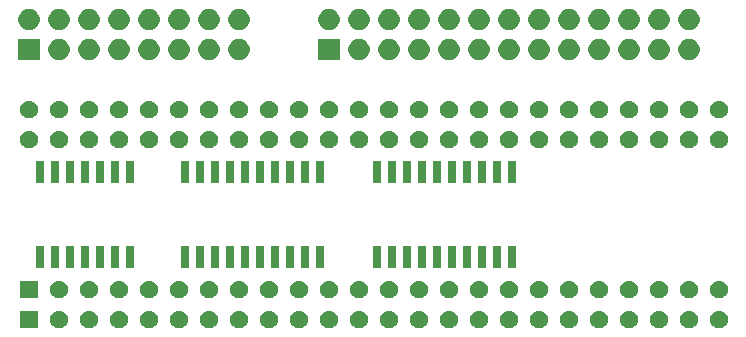
<source format=gts>
G04 #@! TF.GenerationSoftware,KiCad,Pcbnew,5.1.5*
G04 #@! TF.CreationDate,2020-05-31T21:03:52+02:00*
G04 #@! TF.ProjectId,PIV_DeniseAdap,5049565f-4465-46e6-9973-65416461702e,rev?*
G04 #@! TF.SameCoordinates,Original*
G04 #@! TF.FileFunction,Soldermask,Top*
G04 #@! TF.FilePolarity,Negative*
%FSLAX46Y46*%
G04 Gerber Fmt 4.6, Leading zero omitted, Abs format (unit mm)*
G04 Created by KiCad (PCBNEW 5.1.5) date 2020-05-31 21:03:52*
%MOMM*%
%LPD*%
G04 APERTURE LIST*
%ADD10C,0.100000*%
G04 APERTURE END LIST*
D10*
G36*
X123940770Y-109970770D02*
G01*
X122439230Y-109970770D01*
X122439230Y-108469230D01*
X123940770Y-108469230D01*
X123940770Y-109970770D01*
G37*
G36*
X153888992Y-108498081D02*
G01*
X154025623Y-108554676D01*
X154148588Y-108636839D01*
X154253161Y-108741412D01*
X154335324Y-108864377D01*
X154391919Y-109001008D01*
X154420770Y-109146056D01*
X154420770Y-109293944D01*
X154391919Y-109438992D01*
X154335324Y-109575623D01*
X154253161Y-109698588D01*
X154148588Y-109803161D01*
X154025623Y-109885324D01*
X153888992Y-109941919D01*
X153743944Y-109970770D01*
X153596056Y-109970770D01*
X153451008Y-109941919D01*
X153314377Y-109885324D01*
X153191412Y-109803161D01*
X153086839Y-109698588D01*
X153004676Y-109575623D01*
X152948081Y-109438992D01*
X152919230Y-109293944D01*
X152919230Y-109146056D01*
X152948081Y-109001008D01*
X153004676Y-108864377D01*
X153086839Y-108741412D01*
X153191412Y-108636839D01*
X153314377Y-108554676D01*
X153451008Y-108498081D01*
X153596056Y-108469230D01*
X153743944Y-108469230D01*
X153888992Y-108498081D01*
G37*
G36*
X181828992Y-108498081D02*
G01*
X181965623Y-108554676D01*
X182088588Y-108636839D01*
X182193161Y-108741412D01*
X182275324Y-108864377D01*
X182331919Y-109001008D01*
X182360770Y-109146056D01*
X182360770Y-109293944D01*
X182331919Y-109438992D01*
X182275324Y-109575623D01*
X182193161Y-109698588D01*
X182088588Y-109803161D01*
X181965623Y-109885324D01*
X181828992Y-109941919D01*
X181683944Y-109970770D01*
X181536056Y-109970770D01*
X181391008Y-109941919D01*
X181254377Y-109885324D01*
X181131412Y-109803161D01*
X181026839Y-109698588D01*
X180944676Y-109575623D01*
X180888081Y-109438992D01*
X180859230Y-109293944D01*
X180859230Y-109146056D01*
X180888081Y-109001008D01*
X180944676Y-108864377D01*
X181026839Y-108741412D01*
X181131412Y-108636839D01*
X181254377Y-108554676D01*
X181391008Y-108498081D01*
X181536056Y-108469230D01*
X181683944Y-108469230D01*
X181828992Y-108498081D01*
G37*
G36*
X176748992Y-108498081D02*
G01*
X176885623Y-108554676D01*
X177008588Y-108636839D01*
X177113161Y-108741412D01*
X177195324Y-108864377D01*
X177251919Y-109001008D01*
X177280770Y-109146056D01*
X177280770Y-109293944D01*
X177251919Y-109438992D01*
X177195324Y-109575623D01*
X177113161Y-109698588D01*
X177008588Y-109803161D01*
X176885623Y-109885324D01*
X176748992Y-109941919D01*
X176603944Y-109970770D01*
X176456056Y-109970770D01*
X176311008Y-109941919D01*
X176174377Y-109885324D01*
X176051412Y-109803161D01*
X175946839Y-109698588D01*
X175864676Y-109575623D01*
X175808081Y-109438992D01*
X175779230Y-109293944D01*
X175779230Y-109146056D01*
X175808081Y-109001008D01*
X175864676Y-108864377D01*
X175946839Y-108741412D01*
X176051412Y-108636839D01*
X176174377Y-108554676D01*
X176311008Y-108498081D01*
X176456056Y-108469230D01*
X176603944Y-108469230D01*
X176748992Y-108498081D01*
G37*
G36*
X174208992Y-108498081D02*
G01*
X174345623Y-108554676D01*
X174468588Y-108636839D01*
X174573161Y-108741412D01*
X174655324Y-108864377D01*
X174711919Y-109001008D01*
X174740770Y-109146056D01*
X174740770Y-109293944D01*
X174711919Y-109438992D01*
X174655324Y-109575623D01*
X174573161Y-109698588D01*
X174468588Y-109803161D01*
X174345623Y-109885324D01*
X174208992Y-109941919D01*
X174063944Y-109970770D01*
X173916056Y-109970770D01*
X173771008Y-109941919D01*
X173634377Y-109885324D01*
X173511412Y-109803161D01*
X173406839Y-109698588D01*
X173324676Y-109575623D01*
X173268081Y-109438992D01*
X173239230Y-109293944D01*
X173239230Y-109146056D01*
X173268081Y-109001008D01*
X173324676Y-108864377D01*
X173406839Y-108741412D01*
X173511412Y-108636839D01*
X173634377Y-108554676D01*
X173771008Y-108498081D01*
X173916056Y-108469230D01*
X174063944Y-108469230D01*
X174208992Y-108498081D01*
G37*
G36*
X171668992Y-108498081D02*
G01*
X171805623Y-108554676D01*
X171928588Y-108636839D01*
X172033161Y-108741412D01*
X172115324Y-108864377D01*
X172171919Y-109001008D01*
X172200770Y-109146056D01*
X172200770Y-109293944D01*
X172171919Y-109438992D01*
X172115324Y-109575623D01*
X172033161Y-109698588D01*
X171928588Y-109803161D01*
X171805623Y-109885324D01*
X171668992Y-109941919D01*
X171523944Y-109970770D01*
X171376056Y-109970770D01*
X171231008Y-109941919D01*
X171094377Y-109885324D01*
X170971412Y-109803161D01*
X170866839Y-109698588D01*
X170784676Y-109575623D01*
X170728081Y-109438992D01*
X170699230Y-109293944D01*
X170699230Y-109146056D01*
X170728081Y-109001008D01*
X170784676Y-108864377D01*
X170866839Y-108741412D01*
X170971412Y-108636839D01*
X171094377Y-108554676D01*
X171231008Y-108498081D01*
X171376056Y-108469230D01*
X171523944Y-108469230D01*
X171668992Y-108498081D01*
G37*
G36*
X169128992Y-108498081D02*
G01*
X169265623Y-108554676D01*
X169388588Y-108636839D01*
X169493161Y-108741412D01*
X169575324Y-108864377D01*
X169631919Y-109001008D01*
X169660770Y-109146056D01*
X169660770Y-109293944D01*
X169631919Y-109438992D01*
X169575324Y-109575623D01*
X169493161Y-109698588D01*
X169388588Y-109803161D01*
X169265623Y-109885324D01*
X169128992Y-109941919D01*
X168983944Y-109970770D01*
X168836056Y-109970770D01*
X168691008Y-109941919D01*
X168554377Y-109885324D01*
X168431412Y-109803161D01*
X168326839Y-109698588D01*
X168244676Y-109575623D01*
X168188081Y-109438992D01*
X168159230Y-109293944D01*
X168159230Y-109146056D01*
X168188081Y-109001008D01*
X168244676Y-108864377D01*
X168326839Y-108741412D01*
X168431412Y-108636839D01*
X168554377Y-108554676D01*
X168691008Y-108498081D01*
X168836056Y-108469230D01*
X168983944Y-108469230D01*
X169128992Y-108498081D01*
G37*
G36*
X166588992Y-108498081D02*
G01*
X166725623Y-108554676D01*
X166848588Y-108636839D01*
X166953161Y-108741412D01*
X167035324Y-108864377D01*
X167091919Y-109001008D01*
X167120770Y-109146056D01*
X167120770Y-109293944D01*
X167091919Y-109438992D01*
X167035324Y-109575623D01*
X166953161Y-109698588D01*
X166848588Y-109803161D01*
X166725623Y-109885324D01*
X166588992Y-109941919D01*
X166443944Y-109970770D01*
X166296056Y-109970770D01*
X166151008Y-109941919D01*
X166014377Y-109885324D01*
X165891412Y-109803161D01*
X165786839Y-109698588D01*
X165704676Y-109575623D01*
X165648081Y-109438992D01*
X165619230Y-109293944D01*
X165619230Y-109146056D01*
X165648081Y-109001008D01*
X165704676Y-108864377D01*
X165786839Y-108741412D01*
X165891412Y-108636839D01*
X166014377Y-108554676D01*
X166151008Y-108498081D01*
X166296056Y-108469230D01*
X166443944Y-108469230D01*
X166588992Y-108498081D01*
G37*
G36*
X164048992Y-108498081D02*
G01*
X164185623Y-108554676D01*
X164308588Y-108636839D01*
X164413161Y-108741412D01*
X164495324Y-108864377D01*
X164551919Y-109001008D01*
X164580770Y-109146056D01*
X164580770Y-109293944D01*
X164551919Y-109438992D01*
X164495324Y-109575623D01*
X164413161Y-109698588D01*
X164308588Y-109803161D01*
X164185623Y-109885324D01*
X164048992Y-109941919D01*
X163903944Y-109970770D01*
X163756056Y-109970770D01*
X163611008Y-109941919D01*
X163474377Y-109885324D01*
X163351412Y-109803161D01*
X163246839Y-109698588D01*
X163164676Y-109575623D01*
X163108081Y-109438992D01*
X163079230Y-109293944D01*
X163079230Y-109146056D01*
X163108081Y-109001008D01*
X163164676Y-108864377D01*
X163246839Y-108741412D01*
X163351412Y-108636839D01*
X163474377Y-108554676D01*
X163611008Y-108498081D01*
X163756056Y-108469230D01*
X163903944Y-108469230D01*
X164048992Y-108498081D01*
G37*
G36*
X161508992Y-108498081D02*
G01*
X161645623Y-108554676D01*
X161768588Y-108636839D01*
X161873161Y-108741412D01*
X161955324Y-108864377D01*
X162011919Y-109001008D01*
X162040770Y-109146056D01*
X162040770Y-109293944D01*
X162011919Y-109438992D01*
X161955324Y-109575623D01*
X161873161Y-109698588D01*
X161768588Y-109803161D01*
X161645623Y-109885324D01*
X161508992Y-109941919D01*
X161363944Y-109970770D01*
X161216056Y-109970770D01*
X161071008Y-109941919D01*
X160934377Y-109885324D01*
X160811412Y-109803161D01*
X160706839Y-109698588D01*
X160624676Y-109575623D01*
X160568081Y-109438992D01*
X160539230Y-109293944D01*
X160539230Y-109146056D01*
X160568081Y-109001008D01*
X160624676Y-108864377D01*
X160706839Y-108741412D01*
X160811412Y-108636839D01*
X160934377Y-108554676D01*
X161071008Y-108498081D01*
X161216056Y-108469230D01*
X161363944Y-108469230D01*
X161508992Y-108498081D01*
G37*
G36*
X158968992Y-108498081D02*
G01*
X159105623Y-108554676D01*
X159228588Y-108636839D01*
X159333161Y-108741412D01*
X159415324Y-108864377D01*
X159471919Y-109001008D01*
X159500770Y-109146056D01*
X159500770Y-109293944D01*
X159471919Y-109438992D01*
X159415324Y-109575623D01*
X159333161Y-109698588D01*
X159228588Y-109803161D01*
X159105623Y-109885324D01*
X158968992Y-109941919D01*
X158823944Y-109970770D01*
X158676056Y-109970770D01*
X158531008Y-109941919D01*
X158394377Y-109885324D01*
X158271412Y-109803161D01*
X158166839Y-109698588D01*
X158084676Y-109575623D01*
X158028081Y-109438992D01*
X157999230Y-109293944D01*
X157999230Y-109146056D01*
X158028081Y-109001008D01*
X158084676Y-108864377D01*
X158166839Y-108741412D01*
X158271412Y-108636839D01*
X158394377Y-108554676D01*
X158531008Y-108498081D01*
X158676056Y-108469230D01*
X158823944Y-108469230D01*
X158968992Y-108498081D01*
G37*
G36*
X156428992Y-108498081D02*
G01*
X156565623Y-108554676D01*
X156688588Y-108636839D01*
X156793161Y-108741412D01*
X156875324Y-108864377D01*
X156931919Y-109001008D01*
X156960770Y-109146056D01*
X156960770Y-109293944D01*
X156931919Y-109438992D01*
X156875324Y-109575623D01*
X156793161Y-109698588D01*
X156688588Y-109803161D01*
X156565623Y-109885324D01*
X156428992Y-109941919D01*
X156283944Y-109970770D01*
X156136056Y-109970770D01*
X155991008Y-109941919D01*
X155854377Y-109885324D01*
X155731412Y-109803161D01*
X155626839Y-109698588D01*
X155544676Y-109575623D01*
X155488081Y-109438992D01*
X155459230Y-109293944D01*
X155459230Y-109146056D01*
X155488081Y-109001008D01*
X155544676Y-108864377D01*
X155626839Y-108741412D01*
X155731412Y-108636839D01*
X155854377Y-108554676D01*
X155991008Y-108498081D01*
X156136056Y-108469230D01*
X156283944Y-108469230D01*
X156428992Y-108498081D01*
G37*
G36*
X179288992Y-108498081D02*
G01*
X179425623Y-108554676D01*
X179548588Y-108636839D01*
X179653161Y-108741412D01*
X179735324Y-108864377D01*
X179791919Y-109001008D01*
X179820770Y-109146056D01*
X179820770Y-109293944D01*
X179791919Y-109438992D01*
X179735324Y-109575623D01*
X179653161Y-109698588D01*
X179548588Y-109803161D01*
X179425623Y-109885324D01*
X179288992Y-109941919D01*
X179143944Y-109970770D01*
X178996056Y-109970770D01*
X178851008Y-109941919D01*
X178714377Y-109885324D01*
X178591412Y-109803161D01*
X178486839Y-109698588D01*
X178404676Y-109575623D01*
X178348081Y-109438992D01*
X178319230Y-109293944D01*
X178319230Y-109146056D01*
X178348081Y-109001008D01*
X178404676Y-108864377D01*
X178486839Y-108741412D01*
X178591412Y-108636839D01*
X178714377Y-108554676D01*
X178851008Y-108498081D01*
X178996056Y-108469230D01*
X179143944Y-108469230D01*
X179288992Y-108498081D01*
G37*
G36*
X148808992Y-108498081D02*
G01*
X148945623Y-108554676D01*
X149068588Y-108636839D01*
X149173161Y-108741412D01*
X149255324Y-108864377D01*
X149311919Y-109001008D01*
X149340770Y-109146056D01*
X149340770Y-109293944D01*
X149311919Y-109438992D01*
X149255324Y-109575623D01*
X149173161Y-109698588D01*
X149068588Y-109803161D01*
X148945623Y-109885324D01*
X148808992Y-109941919D01*
X148663944Y-109970770D01*
X148516056Y-109970770D01*
X148371008Y-109941919D01*
X148234377Y-109885324D01*
X148111412Y-109803161D01*
X148006839Y-109698588D01*
X147924676Y-109575623D01*
X147868081Y-109438992D01*
X147839230Y-109293944D01*
X147839230Y-109146056D01*
X147868081Y-109001008D01*
X147924676Y-108864377D01*
X148006839Y-108741412D01*
X148111412Y-108636839D01*
X148234377Y-108554676D01*
X148371008Y-108498081D01*
X148516056Y-108469230D01*
X148663944Y-108469230D01*
X148808992Y-108498081D01*
G37*
G36*
X151348992Y-108498081D02*
G01*
X151485623Y-108554676D01*
X151608588Y-108636839D01*
X151713161Y-108741412D01*
X151795324Y-108864377D01*
X151851919Y-109001008D01*
X151880770Y-109146056D01*
X151880770Y-109293944D01*
X151851919Y-109438992D01*
X151795324Y-109575623D01*
X151713161Y-109698588D01*
X151608588Y-109803161D01*
X151485623Y-109885324D01*
X151348992Y-109941919D01*
X151203944Y-109970770D01*
X151056056Y-109970770D01*
X150911008Y-109941919D01*
X150774377Y-109885324D01*
X150651412Y-109803161D01*
X150546839Y-109698588D01*
X150464676Y-109575623D01*
X150408081Y-109438992D01*
X150379230Y-109293944D01*
X150379230Y-109146056D01*
X150408081Y-109001008D01*
X150464676Y-108864377D01*
X150546839Y-108741412D01*
X150651412Y-108636839D01*
X150774377Y-108554676D01*
X150911008Y-108498081D01*
X151056056Y-108469230D01*
X151203944Y-108469230D01*
X151348992Y-108498081D01*
G37*
G36*
X125948992Y-108498081D02*
G01*
X126085623Y-108554676D01*
X126208588Y-108636839D01*
X126313161Y-108741412D01*
X126395324Y-108864377D01*
X126451919Y-109001008D01*
X126480770Y-109146056D01*
X126480770Y-109293944D01*
X126451919Y-109438992D01*
X126395324Y-109575623D01*
X126313161Y-109698588D01*
X126208588Y-109803161D01*
X126085623Y-109885324D01*
X125948992Y-109941919D01*
X125803944Y-109970770D01*
X125656056Y-109970770D01*
X125511008Y-109941919D01*
X125374377Y-109885324D01*
X125251412Y-109803161D01*
X125146839Y-109698588D01*
X125064676Y-109575623D01*
X125008081Y-109438992D01*
X124979230Y-109293944D01*
X124979230Y-109146056D01*
X125008081Y-109001008D01*
X125064676Y-108864377D01*
X125146839Y-108741412D01*
X125251412Y-108636839D01*
X125374377Y-108554676D01*
X125511008Y-108498081D01*
X125656056Y-108469230D01*
X125803944Y-108469230D01*
X125948992Y-108498081D01*
G37*
G36*
X128488992Y-108498081D02*
G01*
X128625623Y-108554676D01*
X128748588Y-108636839D01*
X128853161Y-108741412D01*
X128935324Y-108864377D01*
X128991919Y-109001008D01*
X129020770Y-109146056D01*
X129020770Y-109293944D01*
X128991919Y-109438992D01*
X128935324Y-109575623D01*
X128853161Y-109698588D01*
X128748588Y-109803161D01*
X128625623Y-109885324D01*
X128488992Y-109941919D01*
X128343944Y-109970770D01*
X128196056Y-109970770D01*
X128051008Y-109941919D01*
X127914377Y-109885324D01*
X127791412Y-109803161D01*
X127686839Y-109698588D01*
X127604676Y-109575623D01*
X127548081Y-109438992D01*
X127519230Y-109293944D01*
X127519230Y-109146056D01*
X127548081Y-109001008D01*
X127604676Y-108864377D01*
X127686839Y-108741412D01*
X127791412Y-108636839D01*
X127914377Y-108554676D01*
X128051008Y-108498081D01*
X128196056Y-108469230D01*
X128343944Y-108469230D01*
X128488992Y-108498081D01*
G37*
G36*
X131028992Y-108498081D02*
G01*
X131165623Y-108554676D01*
X131288588Y-108636839D01*
X131393161Y-108741412D01*
X131475324Y-108864377D01*
X131531919Y-109001008D01*
X131560770Y-109146056D01*
X131560770Y-109293944D01*
X131531919Y-109438992D01*
X131475324Y-109575623D01*
X131393161Y-109698588D01*
X131288588Y-109803161D01*
X131165623Y-109885324D01*
X131028992Y-109941919D01*
X130883944Y-109970770D01*
X130736056Y-109970770D01*
X130591008Y-109941919D01*
X130454377Y-109885324D01*
X130331412Y-109803161D01*
X130226839Y-109698588D01*
X130144676Y-109575623D01*
X130088081Y-109438992D01*
X130059230Y-109293944D01*
X130059230Y-109146056D01*
X130088081Y-109001008D01*
X130144676Y-108864377D01*
X130226839Y-108741412D01*
X130331412Y-108636839D01*
X130454377Y-108554676D01*
X130591008Y-108498081D01*
X130736056Y-108469230D01*
X130883944Y-108469230D01*
X131028992Y-108498081D01*
G37*
G36*
X133568992Y-108498081D02*
G01*
X133705623Y-108554676D01*
X133828588Y-108636839D01*
X133933161Y-108741412D01*
X134015324Y-108864377D01*
X134071919Y-109001008D01*
X134100770Y-109146056D01*
X134100770Y-109293944D01*
X134071919Y-109438992D01*
X134015324Y-109575623D01*
X133933161Y-109698588D01*
X133828588Y-109803161D01*
X133705623Y-109885324D01*
X133568992Y-109941919D01*
X133423944Y-109970770D01*
X133276056Y-109970770D01*
X133131008Y-109941919D01*
X132994377Y-109885324D01*
X132871412Y-109803161D01*
X132766839Y-109698588D01*
X132684676Y-109575623D01*
X132628081Y-109438992D01*
X132599230Y-109293944D01*
X132599230Y-109146056D01*
X132628081Y-109001008D01*
X132684676Y-108864377D01*
X132766839Y-108741412D01*
X132871412Y-108636839D01*
X132994377Y-108554676D01*
X133131008Y-108498081D01*
X133276056Y-108469230D01*
X133423944Y-108469230D01*
X133568992Y-108498081D01*
G37*
G36*
X136108992Y-108498081D02*
G01*
X136245623Y-108554676D01*
X136368588Y-108636839D01*
X136473161Y-108741412D01*
X136555324Y-108864377D01*
X136611919Y-109001008D01*
X136640770Y-109146056D01*
X136640770Y-109293944D01*
X136611919Y-109438992D01*
X136555324Y-109575623D01*
X136473161Y-109698588D01*
X136368588Y-109803161D01*
X136245623Y-109885324D01*
X136108992Y-109941919D01*
X135963944Y-109970770D01*
X135816056Y-109970770D01*
X135671008Y-109941919D01*
X135534377Y-109885324D01*
X135411412Y-109803161D01*
X135306839Y-109698588D01*
X135224676Y-109575623D01*
X135168081Y-109438992D01*
X135139230Y-109293944D01*
X135139230Y-109146056D01*
X135168081Y-109001008D01*
X135224676Y-108864377D01*
X135306839Y-108741412D01*
X135411412Y-108636839D01*
X135534377Y-108554676D01*
X135671008Y-108498081D01*
X135816056Y-108469230D01*
X135963944Y-108469230D01*
X136108992Y-108498081D01*
G37*
G36*
X138648992Y-108498081D02*
G01*
X138785623Y-108554676D01*
X138908588Y-108636839D01*
X139013161Y-108741412D01*
X139095324Y-108864377D01*
X139151919Y-109001008D01*
X139180770Y-109146056D01*
X139180770Y-109293944D01*
X139151919Y-109438992D01*
X139095324Y-109575623D01*
X139013161Y-109698588D01*
X138908588Y-109803161D01*
X138785623Y-109885324D01*
X138648992Y-109941919D01*
X138503944Y-109970770D01*
X138356056Y-109970770D01*
X138211008Y-109941919D01*
X138074377Y-109885324D01*
X137951412Y-109803161D01*
X137846839Y-109698588D01*
X137764676Y-109575623D01*
X137708081Y-109438992D01*
X137679230Y-109293944D01*
X137679230Y-109146056D01*
X137708081Y-109001008D01*
X137764676Y-108864377D01*
X137846839Y-108741412D01*
X137951412Y-108636839D01*
X138074377Y-108554676D01*
X138211008Y-108498081D01*
X138356056Y-108469230D01*
X138503944Y-108469230D01*
X138648992Y-108498081D01*
G37*
G36*
X141188992Y-108498081D02*
G01*
X141325623Y-108554676D01*
X141448588Y-108636839D01*
X141553161Y-108741412D01*
X141635324Y-108864377D01*
X141691919Y-109001008D01*
X141720770Y-109146056D01*
X141720770Y-109293944D01*
X141691919Y-109438992D01*
X141635324Y-109575623D01*
X141553161Y-109698588D01*
X141448588Y-109803161D01*
X141325623Y-109885324D01*
X141188992Y-109941919D01*
X141043944Y-109970770D01*
X140896056Y-109970770D01*
X140751008Y-109941919D01*
X140614377Y-109885324D01*
X140491412Y-109803161D01*
X140386839Y-109698588D01*
X140304676Y-109575623D01*
X140248081Y-109438992D01*
X140219230Y-109293944D01*
X140219230Y-109146056D01*
X140248081Y-109001008D01*
X140304676Y-108864377D01*
X140386839Y-108741412D01*
X140491412Y-108636839D01*
X140614377Y-108554676D01*
X140751008Y-108498081D01*
X140896056Y-108469230D01*
X141043944Y-108469230D01*
X141188992Y-108498081D01*
G37*
G36*
X143728992Y-108498081D02*
G01*
X143865623Y-108554676D01*
X143988588Y-108636839D01*
X144093161Y-108741412D01*
X144175324Y-108864377D01*
X144231919Y-109001008D01*
X144260770Y-109146056D01*
X144260770Y-109293944D01*
X144231919Y-109438992D01*
X144175324Y-109575623D01*
X144093161Y-109698588D01*
X143988588Y-109803161D01*
X143865623Y-109885324D01*
X143728992Y-109941919D01*
X143583944Y-109970770D01*
X143436056Y-109970770D01*
X143291008Y-109941919D01*
X143154377Y-109885324D01*
X143031412Y-109803161D01*
X142926839Y-109698588D01*
X142844676Y-109575623D01*
X142788081Y-109438992D01*
X142759230Y-109293944D01*
X142759230Y-109146056D01*
X142788081Y-109001008D01*
X142844676Y-108864377D01*
X142926839Y-108741412D01*
X143031412Y-108636839D01*
X143154377Y-108554676D01*
X143291008Y-108498081D01*
X143436056Y-108469230D01*
X143583944Y-108469230D01*
X143728992Y-108498081D01*
G37*
G36*
X146268992Y-108498081D02*
G01*
X146405623Y-108554676D01*
X146528588Y-108636839D01*
X146633161Y-108741412D01*
X146715324Y-108864377D01*
X146771919Y-109001008D01*
X146800770Y-109146056D01*
X146800770Y-109293944D01*
X146771919Y-109438992D01*
X146715324Y-109575623D01*
X146633161Y-109698588D01*
X146528588Y-109803161D01*
X146405623Y-109885324D01*
X146268992Y-109941919D01*
X146123944Y-109970770D01*
X145976056Y-109970770D01*
X145831008Y-109941919D01*
X145694377Y-109885324D01*
X145571412Y-109803161D01*
X145466839Y-109698588D01*
X145384676Y-109575623D01*
X145328081Y-109438992D01*
X145299230Y-109293944D01*
X145299230Y-109146056D01*
X145328081Y-109001008D01*
X145384676Y-108864377D01*
X145466839Y-108741412D01*
X145571412Y-108636839D01*
X145694377Y-108554676D01*
X145831008Y-108498081D01*
X145976056Y-108469230D01*
X146123944Y-108469230D01*
X146268992Y-108498081D01*
G37*
G36*
X151348992Y-105958081D02*
G01*
X151485623Y-106014676D01*
X151608588Y-106096839D01*
X151713161Y-106201412D01*
X151795324Y-106324377D01*
X151851919Y-106461008D01*
X151880770Y-106606056D01*
X151880770Y-106753944D01*
X151851919Y-106898992D01*
X151795324Y-107035623D01*
X151713161Y-107158588D01*
X151608588Y-107263161D01*
X151485623Y-107345324D01*
X151348992Y-107401919D01*
X151203944Y-107430770D01*
X151056056Y-107430770D01*
X150911008Y-107401919D01*
X150774377Y-107345324D01*
X150651412Y-107263161D01*
X150546839Y-107158588D01*
X150464676Y-107035623D01*
X150408081Y-106898992D01*
X150379230Y-106753944D01*
X150379230Y-106606056D01*
X150408081Y-106461008D01*
X150464676Y-106324377D01*
X150546839Y-106201412D01*
X150651412Y-106096839D01*
X150774377Y-106014676D01*
X150911008Y-105958081D01*
X151056056Y-105929230D01*
X151203944Y-105929230D01*
X151348992Y-105958081D01*
G37*
G36*
X181828992Y-105958081D02*
G01*
X181965623Y-106014676D01*
X182088588Y-106096839D01*
X182193161Y-106201412D01*
X182275324Y-106324377D01*
X182331919Y-106461008D01*
X182360770Y-106606056D01*
X182360770Y-106753944D01*
X182331919Y-106898992D01*
X182275324Y-107035623D01*
X182193161Y-107158588D01*
X182088588Y-107263161D01*
X181965623Y-107345324D01*
X181828992Y-107401919D01*
X181683944Y-107430770D01*
X181536056Y-107430770D01*
X181391008Y-107401919D01*
X181254377Y-107345324D01*
X181131412Y-107263161D01*
X181026839Y-107158588D01*
X180944676Y-107035623D01*
X180888081Y-106898992D01*
X180859230Y-106753944D01*
X180859230Y-106606056D01*
X180888081Y-106461008D01*
X180944676Y-106324377D01*
X181026839Y-106201412D01*
X181131412Y-106096839D01*
X181254377Y-106014676D01*
X181391008Y-105958081D01*
X181536056Y-105929230D01*
X181683944Y-105929230D01*
X181828992Y-105958081D01*
G37*
G36*
X156428992Y-105958081D02*
G01*
X156565623Y-106014676D01*
X156688588Y-106096839D01*
X156793161Y-106201412D01*
X156875324Y-106324377D01*
X156931919Y-106461008D01*
X156960770Y-106606056D01*
X156960770Y-106753944D01*
X156931919Y-106898992D01*
X156875324Y-107035623D01*
X156793161Y-107158588D01*
X156688588Y-107263161D01*
X156565623Y-107345324D01*
X156428992Y-107401919D01*
X156283944Y-107430770D01*
X156136056Y-107430770D01*
X155991008Y-107401919D01*
X155854377Y-107345324D01*
X155731412Y-107263161D01*
X155626839Y-107158588D01*
X155544676Y-107035623D01*
X155488081Y-106898992D01*
X155459230Y-106753944D01*
X155459230Y-106606056D01*
X155488081Y-106461008D01*
X155544676Y-106324377D01*
X155626839Y-106201412D01*
X155731412Y-106096839D01*
X155854377Y-106014676D01*
X155991008Y-105958081D01*
X156136056Y-105929230D01*
X156283944Y-105929230D01*
X156428992Y-105958081D01*
G37*
G36*
X158968992Y-105958081D02*
G01*
X159105623Y-106014676D01*
X159228588Y-106096839D01*
X159333161Y-106201412D01*
X159415324Y-106324377D01*
X159471919Y-106461008D01*
X159500770Y-106606056D01*
X159500770Y-106753944D01*
X159471919Y-106898992D01*
X159415324Y-107035623D01*
X159333161Y-107158588D01*
X159228588Y-107263161D01*
X159105623Y-107345324D01*
X158968992Y-107401919D01*
X158823944Y-107430770D01*
X158676056Y-107430770D01*
X158531008Y-107401919D01*
X158394377Y-107345324D01*
X158271412Y-107263161D01*
X158166839Y-107158588D01*
X158084676Y-107035623D01*
X158028081Y-106898992D01*
X157999230Y-106753944D01*
X157999230Y-106606056D01*
X158028081Y-106461008D01*
X158084676Y-106324377D01*
X158166839Y-106201412D01*
X158271412Y-106096839D01*
X158394377Y-106014676D01*
X158531008Y-105958081D01*
X158676056Y-105929230D01*
X158823944Y-105929230D01*
X158968992Y-105958081D01*
G37*
G36*
X161508992Y-105958081D02*
G01*
X161645623Y-106014676D01*
X161768588Y-106096839D01*
X161873161Y-106201412D01*
X161955324Y-106324377D01*
X162011919Y-106461008D01*
X162040770Y-106606056D01*
X162040770Y-106753944D01*
X162011919Y-106898992D01*
X161955324Y-107035623D01*
X161873161Y-107158588D01*
X161768588Y-107263161D01*
X161645623Y-107345324D01*
X161508992Y-107401919D01*
X161363944Y-107430770D01*
X161216056Y-107430770D01*
X161071008Y-107401919D01*
X160934377Y-107345324D01*
X160811412Y-107263161D01*
X160706839Y-107158588D01*
X160624676Y-107035623D01*
X160568081Y-106898992D01*
X160539230Y-106753944D01*
X160539230Y-106606056D01*
X160568081Y-106461008D01*
X160624676Y-106324377D01*
X160706839Y-106201412D01*
X160811412Y-106096839D01*
X160934377Y-106014676D01*
X161071008Y-105958081D01*
X161216056Y-105929230D01*
X161363944Y-105929230D01*
X161508992Y-105958081D01*
G37*
G36*
X164048992Y-105958081D02*
G01*
X164185623Y-106014676D01*
X164308588Y-106096839D01*
X164413161Y-106201412D01*
X164495324Y-106324377D01*
X164551919Y-106461008D01*
X164580770Y-106606056D01*
X164580770Y-106753944D01*
X164551919Y-106898992D01*
X164495324Y-107035623D01*
X164413161Y-107158588D01*
X164308588Y-107263161D01*
X164185623Y-107345324D01*
X164048992Y-107401919D01*
X163903944Y-107430770D01*
X163756056Y-107430770D01*
X163611008Y-107401919D01*
X163474377Y-107345324D01*
X163351412Y-107263161D01*
X163246839Y-107158588D01*
X163164676Y-107035623D01*
X163108081Y-106898992D01*
X163079230Y-106753944D01*
X163079230Y-106606056D01*
X163108081Y-106461008D01*
X163164676Y-106324377D01*
X163246839Y-106201412D01*
X163351412Y-106096839D01*
X163474377Y-106014676D01*
X163611008Y-105958081D01*
X163756056Y-105929230D01*
X163903944Y-105929230D01*
X164048992Y-105958081D01*
G37*
G36*
X166588992Y-105958081D02*
G01*
X166725623Y-106014676D01*
X166848588Y-106096839D01*
X166953161Y-106201412D01*
X167035324Y-106324377D01*
X167091919Y-106461008D01*
X167120770Y-106606056D01*
X167120770Y-106753944D01*
X167091919Y-106898992D01*
X167035324Y-107035623D01*
X166953161Y-107158588D01*
X166848588Y-107263161D01*
X166725623Y-107345324D01*
X166588992Y-107401919D01*
X166443944Y-107430770D01*
X166296056Y-107430770D01*
X166151008Y-107401919D01*
X166014377Y-107345324D01*
X165891412Y-107263161D01*
X165786839Y-107158588D01*
X165704676Y-107035623D01*
X165648081Y-106898992D01*
X165619230Y-106753944D01*
X165619230Y-106606056D01*
X165648081Y-106461008D01*
X165704676Y-106324377D01*
X165786839Y-106201412D01*
X165891412Y-106096839D01*
X166014377Y-106014676D01*
X166151008Y-105958081D01*
X166296056Y-105929230D01*
X166443944Y-105929230D01*
X166588992Y-105958081D01*
G37*
G36*
X169128992Y-105958081D02*
G01*
X169265623Y-106014676D01*
X169388588Y-106096839D01*
X169493161Y-106201412D01*
X169575324Y-106324377D01*
X169631919Y-106461008D01*
X169660770Y-106606056D01*
X169660770Y-106753944D01*
X169631919Y-106898992D01*
X169575324Y-107035623D01*
X169493161Y-107158588D01*
X169388588Y-107263161D01*
X169265623Y-107345324D01*
X169128992Y-107401919D01*
X168983944Y-107430770D01*
X168836056Y-107430770D01*
X168691008Y-107401919D01*
X168554377Y-107345324D01*
X168431412Y-107263161D01*
X168326839Y-107158588D01*
X168244676Y-107035623D01*
X168188081Y-106898992D01*
X168159230Y-106753944D01*
X168159230Y-106606056D01*
X168188081Y-106461008D01*
X168244676Y-106324377D01*
X168326839Y-106201412D01*
X168431412Y-106096839D01*
X168554377Y-106014676D01*
X168691008Y-105958081D01*
X168836056Y-105929230D01*
X168983944Y-105929230D01*
X169128992Y-105958081D01*
G37*
G36*
X174208992Y-105958081D02*
G01*
X174345623Y-106014676D01*
X174468588Y-106096839D01*
X174573161Y-106201412D01*
X174655324Y-106324377D01*
X174711919Y-106461008D01*
X174740770Y-106606056D01*
X174740770Y-106753944D01*
X174711919Y-106898992D01*
X174655324Y-107035623D01*
X174573161Y-107158588D01*
X174468588Y-107263161D01*
X174345623Y-107345324D01*
X174208992Y-107401919D01*
X174063944Y-107430770D01*
X173916056Y-107430770D01*
X173771008Y-107401919D01*
X173634377Y-107345324D01*
X173511412Y-107263161D01*
X173406839Y-107158588D01*
X173324676Y-107035623D01*
X173268081Y-106898992D01*
X173239230Y-106753944D01*
X173239230Y-106606056D01*
X173268081Y-106461008D01*
X173324676Y-106324377D01*
X173406839Y-106201412D01*
X173511412Y-106096839D01*
X173634377Y-106014676D01*
X173771008Y-105958081D01*
X173916056Y-105929230D01*
X174063944Y-105929230D01*
X174208992Y-105958081D01*
G37*
G36*
X176748992Y-105958081D02*
G01*
X176885623Y-106014676D01*
X177008588Y-106096839D01*
X177113161Y-106201412D01*
X177195324Y-106324377D01*
X177251919Y-106461008D01*
X177280770Y-106606056D01*
X177280770Y-106753944D01*
X177251919Y-106898992D01*
X177195324Y-107035623D01*
X177113161Y-107158588D01*
X177008588Y-107263161D01*
X176885623Y-107345324D01*
X176748992Y-107401919D01*
X176603944Y-107430770D01*
X176456056Y-107430770D01*
X176311008Y-107401919D01*
X176174377Y-107345324D01*
X176051412Y-107263161D01*
X175946839Y-107158588D01*
X175864676Y-107035623D01*
X175808081Y-106898992D01*
X175779230Y-106753944D01*
X175779230Y-106606056D01*
X175808081Y-106461008D01*
X175864676Y-106324377D01*
X175946839Y-106201412D01*
X176051412Y-106096839D01*
X176174377Y-106014676D01*
X176311008Y-105958081D01*
X176456056Y-105929230D01*
X176603944Y-105929230D01*
X176748992Y-105958081D01*
G37*
G36*
X179288992Y-105958081D02*
G01*
X179425623Y-106014676D01*
X179548588Y-106096839D01*
X179653161Y-106201412D01*
X179735324Y-106324377D01*
X179791919Y-106461008D01*
X179820770Y-106606056D01*
X179820770Y-106753944D01*
X179791919Y-106898992D01*
X179735324Y-107035623D01*
X179653161Y-107158588D01*
X179548588Y-107263161D01*
X179425623Y-107345324D01*
X179288992Y-107401919D01*
X179143944Y-107430770D01*
X178996056Y-107430770D01*
X178851008Y-107401919D01*
X178714377Y-107345324D01*
X178591412Y-107263161D01*
X178486839Y-107158588D01*
X178404676Y-107035623D01*
X178348081Y-106898992D01*
X178319230Y-106753944D01*
X178319230Y-106606056D01*
X178348081Y-106461008D01*
X178404676Y-106324377D01*
X178486839Y-106201412D01*
X178591412Y-106096839D01*
X178714377Y-106014676D01*
X178851008Y-105958081D01*
X178996056Y-105929230D01*
X179143944Y-105929230D01*
X179288992Y-105958081D01*
G37*
G36*
X171668992Y-105958081D02*
G01*
X171805623Y-106014676D01*
X171928588Y-106096839D01*
X172033161Y-106201412D01*
X172115324Y-106324377D01*
X172171919Y-106461008D01*
X172200770Y-106606056D01*
X172200770Y-106753944D01*
X172171919Y-106898992D01*
X172115324Y-107035623D01*
X172033161Y-107158588D01*
X171928588Y-107263161D01*
X171805623Y-107345324D01*
X171668992Y-107401919D01*
X171523944Y-107430770D01*
X171376056Y-107430770D01*
X171231008Y-107401919D01*
X171094377Y-107345324D01*
X170971412Y-107263161D01*
X170866839Y-107158588D01*
X170784676Y-107035623D01*
X170728081Y-106898992D01*
X170699230Y-106753944D01*
X170699230Y-106606056D01*
X170728081Y-106461008D01*
X170784676Y-106324377D01*
X170866839Y-106201412D01*
X170971412Y-106096839D01*
X171094377Y-106014676D01*
X171231008Y-105958081D01*
X171376056Y-105929230D01*
X171523944Y-105929230D01*
X171668992Y-105958081D01*
G37*
G36*
X146268992Y-105958081D02*
G01*
X146405623Y-106014676D01*
X146528588Y-106096839D01*
X146633161Y-106201412D01*
X146715324Y-106324377D01*
X146771919Y-106461008D01*
X146800770Y-106606056D01*
X146800770Y-106753944D01*
X146771919Y-106898992D01*
X146715324Y-107035623D01*
X146633161Y-107158588D01*
X146528588Y-107263161D01*
X146405623Y-107345324D01*
X146268992Y-107401919D01*
X146123944Y-107430770D01*
X145976056Y-107430770D01*
X145831008Y-107401919D01*
X145694377Y-107345324D01*
X145571412Y-107263161D01*
X145466839Y-107158588D01*
X145384676Y-107035623D01*
X145328081Y-106898992D01*
X145299230Y-106753944D01*
X145299230Y-106606056D01*
X145328081Y-106461008D01*
X145384676Y-106324377D01*
X145466839Y-106201412D01*
X145571412Y-106096839D01*
X145694377Y-106014676D01*
X145831008Y-105958081D01*
X145976056Y-105929230D01*
X146123944Y-105929230D01*
X146268992Y-105958081D01*
G37*
G36*
X148808992Y-105958081D02*
G01*
X148945623Y-106014676D01*
X149068588Y-106096839D01*
X149173161Y-106201412D01*
X149255324Y-106324377D01*
X149311919Y-106461008D01*
X149340770Y-106606056D01*
X149340770Y-106753944D01*
X149311919Y-106898992D01*
X149255324Y-107035623D01*
X149173161Y-107158588D01*
X149068588Y-107263161D01*
X148945623Y-107345324D01*
X148808992Y-107401919D01*
X148663944Y-107430770D01*
X148516056Y-107430770D01*
X148371008Y-107401919D01*
X148234377Y-107345324D01*
X148111412Y-107263161D01*
X148006839Y-107158588D01*
X147924676Y-107035623D01*
X147868081Y-106898992D01*
X147839230Y-106753944D01*
X147839230Y-106606056D01*
X147868081Y-106461008D01*
X147924676Y-106324377D01*
X148006839Y-106201412D01*
X148111412Y-106096839D01*
X148234377Y-106014676D01*
X148371008Y-105958081D01*
X148516056Y-105929230D01*
X148663944Y-105929230D01*
X148808992Y-105958081D01*
G37*
G36*
X125948992Y-105958081D02*
G01*
X126085623Y-106014676D01*
X126208588Y-106096839D01*
X126313161Y-106201412D01*
X126395324Y-106324377D01*
X126451919Y-106461008D01*
X126480770Y-106606056D01*
X126480770Y-106753944D01*
X126451919Y-106898992D01*
X126395324Y-107035623D01*
X126313161Y-107158588D01*
X126208588Y-107263161D01*
X126085623Y-107345324D01*
X125948992Y-107401919D01*
X125803944Y-107430770D01*
X125656056Y-107430770D01*
X125511008Y-107401919D01*
X125374377Y-107345324D01*
X125251412Y-107263161D01*
X125146839Y-107158588D01*
X125064676Y-107035623D01*
X125008081Y-106898992D01*
X124979230Y-106753944D01*
X124979230Y-106606056D01*
X125008081Y-106461008D01*
X125064676Y-106324377D01*
X125146839Y-106201412D01*
X125251412Y-106096839D01*
X125374377Y-106014676D01*
X125511008Y-105958081D01*
X125656056Y-105929230D01*
X125803944Y-105929230D01*
X125948992Y-105958081D01*
G37*
G36*
X153888992Y-105958081D02*
G01*
X154025623Y-106014676D01*
X154148588Y-106096839D01*
X154253161Y-106201412D01*
X154335324Y-106324377D01*
X154391919Y-106461008D01*
X154420770Y-106606056D01*
X154420770Y-106753944D01*
X154391919Y-106898992D01*
X154335324Y-107035623D01*
X154253161Y-107158588D01*
X154148588Y-107263161D01*
X154025623Y-107345324D01*
X153888992Y-107401919D01*
X153743944Y-107430770D01*
X153596056Y-107430770D01*
X153451008Y-107401919D01*
X153314377Y-107345324D01*
X153191412Y-107263161D01*
X153086839Y-107158588D01*
X153004676Y-107035623D01*
X152948081Y-106898992D01*
X152919230Y-106753944D01*
X152919230Y-106606056D01*
X152948081Y-106461008D01*
X153004676Y-106324377D01*
X153086839Y-106201412D01*
X153191412Y-106096839D01*
X153314377Y-106014676D01*
X153451008Y-105958081D01*
X153596056Y-105929230D01*
X153743944Y-105929230D01*
X153888992Y-105958081D01*
G37*
G36*
X128488992Y-105958081D02*
G01*
X128625623Y-106014676D01*
X128748588Y-106096839D01*
X128853161Y-106201412D01*
X128935324Y-106324377D01*
X128991919Y-106461008D01*
X129020770Y-106606056D01*
X129020770Y-106753944D01*
X128991919Y-106898992D01*
X128935324Y-107035623D01*
X128853161Y-107158588D01*
X128748588Y-107263161D01*
X128625623Y-107345324D01*
X128488992Y-107401919D01*
X128343944Y-107430770D01*
X128196056Y-107430770D01*
X128051008Y-107401919D01*
X127914377Y-107345324D01*
X127791412Y-107263161D01*
X127686839Y-107158588D01*
X127604676Y-107035623D01*
X127548081Y-106898992D01*
X127519230Y-106753944D01*
X127519230Y-106606056D01*
X127548081Y-106461008D01*
X127604676Y-106324377D01*
X127686839Y-106201412D01*
X127791412Y-106096839D01*
X127914377Y-106014676D01*
X128051008Y-105958081D01*
X128196056Y-105929230D01*
X128343944Y-105929230D01*
X128488992Y-105958081D01*
G37*
G36*
X123940770Y-107430770D02*
G01*
X122439230Y-107430770D01*
X122439230Y-105929230D01*
X123940770Y-105929230D01*
X123940770Y-107430770D01*
G37*
G36*
X131028992Y-105958081D02*
G01*
X131165623Y-106014676D01*
X131288588Y-106096839D01*
X131393161Y-106201412D01*
X131475324Y-106324377D01*
X131531919Y-106461008D01*
X131560770Y-106606056D01*
X131560770Y-106753944D01*
X131531919Y-106898992D01*
X131475324Y-107035623D01*
X131393161Y-107158588D01*
X131288588Y-107263161D01*
X131165623Y-107345324D01*
X131028992Y-107401919D01*
X130883944Y-107430770D01*
X130736056Y-107430770D01*
X130591008Y-107401919D01*
X130454377Y-107345324D01*
X130331412Y-107263161D01*
X130226839Y-107158588D01*
X130144676Y-107035623D01*
X130088081Y-106898992D01*
X130059230Y-106753944D01*
X130059230Y-106606056D01*
X130088081Y-106461008D01*
X130144676Y-106324377D01*
X130226839Y-106201412D01*
X130331412Y-106096839D01*
X130454377Y-106014676D01*
X130591008Y-105958081D01*
X130736056Y-105929230D01*
X130883944Y-105929230D01*
X131028992Y-105958081D01*
G37*
G36*
X136108992Y-105958081D02*
G01*
X136245623Y-106014676D01*
X136368588Y-106096839D01*
X136473161Y-106201412D01*
X136555324Y-106324377D01*
X136611919Y-106461008D01*
X136640770Y-106606056D01*
X136640770Y-106753944D01*
X136611919Y-106898992D01*
X136555324Y-107035623D01*
X136473161Y-107158588D01*
X136368588Y-107263161D01*
X136245623Y-107345324D01*
X136108992Y-107401919D01*
X135963944Y-107430770D01*
X135816056Y-107430770D01*
X135671008Y-107401919D01*
X135534377Y-107345324D01*
X135411412Y-107263161D01*
X135306839Y-107158588D01*
X135224676Y-107035623D01*
X135168081Y-106898992D01*
X135139230Y-106753944D01*
X135139230Y-106606056D01*
X135168081Y-106461008D01*
X135224676Y-106324377D01*
X135306839Y-106201412D01*
X135411412Y-106096839D01*
X135534377Y-106014676D01*
X135671008Y-105958081D01*
X135816056Y-105929230D01*
X135963944Y-105929230D01*
X136108992Y-105958081D01*
G37*
G36*
X138648992Y-105958081D02*
G01*
X138785623Y-106014676D01*
X138908588Y-106096839D01*
X139013161Y-106201412D01*
X139095324Y-106324377D01*
X139151919Y-106461008D01*
X139180770Y-106606056D01*
X139180770Y-106753944D01*
X139151919Y-106898992D01*
X139095324Y-107035623D01*
X139013161Y-107158588D01*
X138908588Y-107263161D01*
X138785623Y-107345324D01*
X138648992Y-107401919D01*
X138503944Y-107430770D01*
X138356056Y-107430770D01*
X138211008Y-107401919D01*
X138074377Y-107345324D01*
X137951412Y-107263161D01*
X137846839Y-107158588D01*
X137764676Y-107035623D01*
X137708081Y-106898992D01*
X137679230Y-106753944D01*
X137679230Y-106606056D01*
X137708081Y-106461008D01*
X137764676Y-106324377D01*
X137846839Y-106201412D01*
X137951412Y-106096839D01*
X138074377Y-106014676D01*
X138211008Y-105958081D01*
X138356056Y-105929230D01*
X138503944Y-105929230D01*
X138648992Y-105958081D01*
G37*
G36*
X141188992Y-105958081D02*
G01*
X141325623Y-106014676D01*
X141448588Y-106096839D01*
X141553161Y-106201412D01*
X141635324Y-106324377D01*
X141691919Y-106461008D01*
X141720770Y-106606056D01*
X141720770Y-106753944D01*
X141691919Y-106898992D01*
X141635324Y-107035623D01*
X141553161Y-107158588D01*
X141448588Y-107263161D01*
X141325623Y-107345324D01*
X141188992Y-107401919D01*
X141043944Y-107430770D01*
X140896056Y-107430770D01*
X140751008Y-107401919D01*
X140614377Y-107345324D01*
X140491412Y-107263161D01*
X140386839Y-107158588D01*
X140304676Y-107035623D01*
X140248081Y-106898992D01*
X140219230Y-106753944D01*
X140219230Y-106606056D01*
X140248081Y-106461008D01*
X140304676Y-106324377D01*
X140386839Y-106201412D01*
X140491412Y-106096839D01*
X140614377Y-106014676D01*
X140751008Y-105958081D01*
X140896056Y-105929230D01*
X141043944Y-105929230D01*
X141188992Y-105958081D01*
G37*
G36*
X143728992Y-105958081D02*
G01*
X143865623Y-106014676D01*
X143988588Y-106096839D01*
X144093161Y-106201412D01*
X144175324Y-106324377D01*
X144231919Y-106461008D01*
X144260770Y-106606056D01*
X144260770Y-106753944D01*
X144231919Y-106898992D01*
X144175324Y-107035623D01*
X144093161Y-107158588D01*
X143988588Y-107263161D01*
X143865623Y-107345324D01*
X143728992Y-107401919D01*
X143583944Y-107430770D01*
X143436056Y-107430770D01*
X143291008Y-107401919D01*
X143154377Y-107345324D01*
X143031412Y-107263161D01*
X142926839Y-107158588D01*
X142844676Y-107035623D01*
X142788081Y-106898992D01*
X142759230Y-106753944D01*
X142759230Y-106606056D01*
X142788081Y-106461008D01*
X142844676Y-106324377D01*
X142926839Y-106201412D01*
X143031412Y-106096839D01*
X143154377Y-106014676D01*
X143291008Y-105958081D01*
X143436056Y-105929230D01*
X143583944Y-105929230D01*
X143728992Y-105958081D01*
G37*
G36*
X133568992Y-105958081D02*
G01*
X133705623Y-106014676D01*
X133828588Y-106096839D01*
X133933161Y-106201412D01*
X134015324Y-106324377D01*
X134071919Y-106461008D01*
X134100770Y-106606056D01*
X134100770Y-106753944D01*
X134071919Y-106898992D01*
X134015324Y-107035623D01*
X133933161Y-107158588D01*
X133828588Y-107263161D01*
X133705623Y-107345324D01*
X133568992Y-107401919D01*
X133423944Y-107430770D01*
X133276056Y-107430770D01*
X133131008Y-107401919D01*
X132994377Y-107345324D01*
X132871412Y-107263161D01*
X132766839Y-107158588D01*
X132684676Y-107035623D01*
X132628081Y-106898992D01*
X132599230Y-106753944D01*
X132599230Y-106606056D01*
X132628081Y-106461008D01*
X132684676Y-106324377D01*
X132766839Y-106201412D01*
X132871412Y-106096839D01*
X132994377Y-106014676D01*
X133131008Y-105958081D01*
X133276056Y-105929230D01*
X133423944Y-105929230D01*
X133568992Y-105958081D01*
G37*
G36*
X143083000Y-104833099D02*
G01*
X142413000Y-104833099D01*
X142413000Y-102989701D01*
X143083000Y-102989701D01*
X143083000Y-104833099D01*
G37*
G36*
X144353000Y-104833099D02*
G01*
X143683000Y-104833099D01*
X143683000Y-102989701D01*
X144353000Y-102989701D01*
X144353000Y-104833099D01*
G37*
G36*
X145623000Y-104833099D02*
G01*
X144953000Y-104833099D01*
X144953000Y-102989701D01*
X145623000Y-102989701D01*
X145623000Y-104833099D01*
G37*
G36*
X146893000Y-104833099D02*
G01*
X146223000Y-104833099D01*
X146223000Y-102989701D01*
X146893000Y-102989701D01*
X146893000Y-104833099D01*
G37*
G36*
X148163000Y-104833099D02*
G01*
X147493000Y-104833099D01*
X147493000Y-102989701D01*
X148163000Y-102989701D01*
X148163000Y-104833099D01*
G37*
G36*
X124477500Y-104833099D02*
G01*
X123807500Y-104833099D01*
X123807500Y-102989701D01*
X124477500Y-102989701D01*
X124477500Y-104833099D01*
G37*
G36*
X125747500Y-104833099D02*
G01*
X125077500Y-104833099D01*
X125077500Y-102989701D01*
X125747500Y-102989701D01*
X125747500Y-104833099D01*
G37*
G36*
X127017500Y-104833099D02*
G01*
X126347500Y-104833099D01*
X126347500Y-102989701D01*
X127017500Y-102989701D01*
X127017500Y-104833099D01*
G37*
G36*
X128287500Y-104833099D02*
G01*
X127617500Y-104833099D01*
X127617500Y-102989701D01*
X128287500Y-102989701D01*
X128287500Y-104833099D01*
G37*
G36*
X129557500Y-104833099D02*
G01*
X128887500Y-104833099D01*
X128887500Y-102989701D01*
X129557500Y-102989701D01*
X129557500Y-104833099D01*
G37*
G36*
X130827500Y-104833099D02*
G01*
X130157500Y-104833099D01*
X130157500Y-102989701D01*
X130827500Y-102989701D01*
X130827500Y-104833099D01*
G37*
G36*
X154259000Y-104833099D02*
G01*
X153589000Y-104833099D01*
X153589000Y-102989701D01*
X154259000Y-102989701D01*
X154259000Y-104833099D01*
G37*
G36*
X152989000Y-104833099D02*
G01*
X152319000Y-104833099D01*
X152319000Y-102989701D01*
X152989000Y-102989701D01*
X152989000Y-104833099D01*
G37*
G36*
X155529000Y-104833099D02*
G01*
X154859000Y-104833099D01*
X154859000Y-102989701D01*
X155529000Y-102989701D01*
X155529000Y-104833099D01*
G37*
G36*
X140543000Y-104833099D02*
G01*
X139873000Y-104833099D01*
X139873000Y-102989701D01*
X140543000Y-102989701D01*
X140543000Y-104833099D01*
G37*
G36*
X139273000Y-104833099D02*
G01*
X138603000Y-104833099D01*
X138603000Y-102989701D01*
X139273000Y-102989701D01*
X139273000Y-104833099D01*
G37*
G36*
X138003000Y-104833099D02*
G01*
X137333000Y-104833099D01*
X137333000Y-102989701D01*
X138003000Y-102989701D01*
X138003000Y-104833099D01*
G37*
G36*
X136733000Y-104833099D02*
G01*
X136063000Y-104833099D01*
X136063000Y-102989701D01*
X136733000Y-102989701D01*
X136733000Y-104833099D01*
G37*
G36*
X164419000Y-104833099D02*
G01*
X163749000Y-104833099D01*
X163749000Y-102989701D01*
X164419000Y-102989701D01*
X164419000Y-104833099D01*
G37*
G36*
X163149000Y-104833099D02*
G01*
X162479000Y-104833099D01*
X162479000Y-102989701D01*
X163149000Y-102989701D01*
X163149000Y-104833099D01*
G37*
G36*
X160609000Y-104833099D02*
G01*
X159939000Y-104833099D01*
X159939000Y-102989701D01*
X160609000Y-102989701D01*
X160609000Y-104833099D01*
G37*
G36*
X159339000Y-104833099D02*
G01*
X158669000Y-104833099D01*
X158669000Y-102989701D01*
X159339000Y-102989701D01*
X159339000Y-104833099D01*
G37*
G36*
X158069000Y-104833099D02*
G01*
X157399000Y-104833099D01*
X157399000Y-102989701D01*
X158069000Y-102989701D01*
X158069000Y-104833099D01*
G37*
G36*
X156799000Y-104833099D02*
G01*
X156129000Y-104833099D01*
X156129000Y-102989701D01*
X156799000Y-102989701D01*
X156799000Y-104833099D01*
G37*
G36*
X132097500Y-104833099D02*
G01*
X131427500Y-104833099D01*
X131427500Y-102989701D01*
X132097500Y-102989701D01*
X132097500Y-104833099D01*
G37*
G36*
X141813000Y-104833099D02*
G01*
X141143000Y-104833099D01*
X141143000Y-102989701D01*
X141813000Y-102989701D01*
X141813000Y-104833099D01*
G37*
G36*
X161879000Y-104833099D02*
G01*
X161209000Y-104833099D01*
X161209000Y-102989701D01*
X161879000Y-102989701D01*
X161879000Y-104833099D01*
G37*
G36*
X145623000Y-97670299D02*
G01*
X144953000Y-97670299D01*
X144953000Y-95826901D01*
X145623000Y-95826901D01*
X145623000Y-97670299D01*
G37*
G36*
X146893000Y-97670299D02*
G01*
X146223000Y-97670299D01*
X146223000Y-95826901D01*
X146893000Y-95826901D01*
X146893000Y-97670299D01*
G37*
G36*
X148163000Y-97670299D02*
G01*
X147493000Y-97670299D01*
X147493000Y-95826901D01*
X148163000Y-95826901D01*
X148163000Y-97670299D01*
G37*
G36*
X152989000Y-97670299D02*
G01*
X152319000Y-97670299D01*
X152319000Y-95826901D01*
X152989000Y-95826901D01*
X152989000Y-97670299D01*
G37*
G36*
X154259000Y-97670299D02*
G01*
X153589000Y-97670299D01*
X153589000Y-95826901D01*
X154259000Y-95826901D01*
X154259000Y-97670299D01*
G37*
G36*
X155529000Y-97670299D02*
G01*
X154859000Y-97670299D01*
X154859000Y-95826901D01*
X155529000Y-95826901D01*
X155529000Y-97670299D01*
G37*
G36*
X156799000Y-97670299D02*
G01*
X156129000Y-97670299D01*
X156129000Y-95826901D01*
X156799000Y-95826901D01*
X156799000Y-97670299D01*
G37*
G36*
X158069000Y-97670299D02*
G01*
X157399000Y-97670299D01*
X157399000Y-95826901D01*
X158069000Y-95826901D01*
X158069000Y-97670299D01*
G37*
G36*
X159339000Y-97670299D02*
G01*
X158669000Y-97670299D01*
X158669000Y-95826901D01*
X159339000Y-95826901D01*
X159339000Y-97670299D01*
G37*
G36*
X160609000Y-97670299D02*
G01*
X159939000Y-97670299D01*
X159939000Y-95826901D01*
X160609000Y-95826901D01*
X160609000Y-97670299D01*
G37*
G36*
X161879000Y-97670299D02*
G01*
X161209000Y-97670299D01*
X161209000Y-95826901D01*
X161879000Y-95826901D01*
X161879000Y-97670299D01*
G37*
G36*
X163149000Y-97670299D02*
G01*
X162479000Y-97670299D01*
X162479000Y-95826901D01*
X163149000Y-95826901D01*
X163149000Y-97670299D01*
G37*
G36*
X164419000Y-97670299D02*
G01*
X163749000Y-97670299D01*
X163749000Y-95826901D01*
X164419000Y-95826901D01*
X164419000Y-97670299D01*
G37*
G36*
X125747500Y-97670299D02*
G01*
X125077500Y-97670299D01*
X125077500Y-95826901D01*
X125747500Y-95826901D01*
X125747500Y-97670299D01*
G37*
G36*
X144353000Y-97670299D02*
G01*
X143683000Y-97670299D01*
X143683000Y-95826901D01*
X144353000Y-95826901D01*
X144353000Y-97670299D01*
G37*
G36*
X143083000Y-97670299D02*
G01*
X142413000Y-97670299D01*
X142413000Y-95826901D01*
X143083000Y-95826901D01*
X143083000Y-97670299D01*
G37*
G36*
X124477500Y-97670299D02*
G01*
X123807500Y-97670299D01*
X123807500Y-95826901D01*
X124477500Y-95826901D01*
X124477500Y-97670299D01*
G37*
G36*
X141813000Y-97670299D02*
G01*
X141143000Y-97670299D01*
X141143000Y-95826901D01*
X141813000Y-95826901D01*
X141813000Y-97670299D01*
G37*
G36*
X140543000Y-97670299D02*
G01*
X139873000Y-97670299D01*
X139873000Y-95826901D01*
X140543000Y-95826901D01*
X140543000Y-97670299D01*
G37*
G36*
X139273000Y-97670299D02*
G01*
X138603000Y-97670299D01*
X138603000Y-95826901D01*
X139273000Y-95826901D01*
X139273000Y-97670299D01*
G37*
G36*
X138003000Y-97670299D02*
G01*
X137333000Y-97670299D01*
X137333000Y-95826901D01*
X138003000Y-95826901D01*
X138003000Y-97670299D01*
G37*
G36*
X128287500Y-97670299D02*
G01*
X127617500Y-97670299D01*
X127617500Y-95826901D01*
X128287500Y-95826901D01*
X128287500Y-97670299D01*
G37*
G36*
X129557500Y-97670299D02*
G01*
X128887500Y-97670299D01*
X128887500Y-95826901D01*
X129557500Y-95826901D01*
X129557500Y-97670299D01*
G37*
G36*
X132097500Y-97670299D02*
G01*
X131427500Y-97670299D01*
X131427500Y-95826901D01*
X132097500Y-95826901D01*
X132097500Y-97670299D01*
G37*
G36*
X130827500Y-97670299D02*
G01*
X130157500Y-97670299D01*
X130157500Y-95826901D01*
X130827500Y-95826901D01*
X130827500Y-97670299D01*
G37*
G36*
X127017500Y-97670299D02*
G01*
X126347500Y-97670299D01*
X126347500Y-95826901D01*
X127017500Y-95826901D01*
X127017500Y-97670299D01*
G37*
G36*
X136733000Y-97670299D02*
G01*
X136063000Y-97670299D01*
X136063000Y-95826901D01*
X136733000Y-95826901D01*
X136733000Y-97670299D01*
G37*
G36*
X156428992Y-93258081D02*
G01*
X156565623Y-93314676D01*
X156688588Y-93396839D01*
X156793161Y-93501412D01*
X156875324Y-93624377D01*
X156931919Y-93761008D01*
X156960770Y-93906056D01*
X156960770Y-94053944D01*
X156931919Y-94198992D01*
X156875324Y-94335623D01*
X156793161Y-94458588D01*
X156688588Y-94563161D01*
X156565623Y-94645324D01*
X156428992Y-94701919D01*
X156283944Y-94730770D01*
X156136056Y-94730770D01*
X155991008Y-94701919D01*
X155854377Y-94645324D01*
X155731412Y-94563161D01*
X155626839Y-94458588D01*
X155544676Y-94335623D01*
X155488081Y-94198992D01*
X155459230Y-94053944D01*
X155459230Y-93906056D01*
X155488081Y-93761008D01*
X155544676Y-93624377D01*
X155626839Y-93501412D01*
X155731412Y-93396839D01*
X155854377Y-93314676D01*
X155991008Y-93258081D01*
X156136056Y-93229230D01*
X156283944Y-93229230D01*
X156428992Y-93258081D01*
G37*
G36*
X158968992Y-93258081D02*
G01*
X159105623Y-93314676D01*
X159228588Y-93396839D01*
X159333161Y-93501412D01*
X159415324Y-93624377D01*
X159471919Y-93761008D01*
X159500770Y-93906056D01*
X159500770Y-94053944D01*
X159471919Y-94198992D01*
X159415324Y-94335623D01*
X159333161Y-94458588D01*
X159228588Y-94563161D01*
X159105623Y-94645324D01*
X158968992Y-94701919D01*
X158823944Y-94730770D01*
X158676056Y-94730770D01*
X158531008Y-94701919D01*
X158394377Y-94645324D01*
X158271412Y-94563161D01*
X158166839Y-94458588D01*
X158084676Y-94335623D01*
X158028081Y-94198992D01*
X157999230Y-94053944D01*
X157999230Y-93906056D01*
X158028081Y-93761008D01*
X158084676Y-93624377D01*
X158166839Y-93501412D01*
X158271412Y-93396839D01*
X158394377Y-93314676D01*
X158531008Y-93258081D01*
X158676056Y-93229230D01*
X158823944Y-93229230D01*
X158968992Y-93258081D01*
G37*
G36*
X161508992Y-93258081D02*
G01*
X161645623Y-93314676D01*
X161768588Y-93396839D01*
X161873161Y-93501412D01*
X161955324Y-93624377D01*
X162011919Y-93761008D01*
X162040770Y-93906056D01*
X162040770Y-94053944D01*
X162011919Y-94198992D01*
X161955324Y-94335623D01*
X161873161Y-94458588D01*
X161768588Y-94563161D01*
X161645623Y-94645324D01*
X161508992Y-94701919D01*
X161363944Y-94730770D01*
X161216056Y-94730770D01*
X161071008Y-94701919D01*
X160934377Y-94645324D01*
X160811412Y-94563161D01*
X160706839Y-94458588D01*
X160624676Y-94335623D01*
X160568081Y-94198992D01*
X160539230Y-94053944D01*
X160539230Y-93906056D01*
X160568081Y-93761008D01*
X160624676Y-93624377D01*
X160706839Y-93501412D01*
X160811412Y-93396839D01*
X160934377Y-93314676D01*
X161071008Y-93258081D01*
X161216056Y-93229230D01*
X161363944Y-93229230D01*
X161508992Y-93258081D01*
G37*
G36*
X164048992Y-93258081D02*
G01*
X164185623Y-93314676D01*
X164308588Y-93396839D01*
X164413161Y-93501412D01*
X164495324Y-93624377D01*
X164551919Y-93761008D01*
X164580770Y-93906056D01*
X164580770Y-94053944D01*
X164551919Y-94198992D01*
X164495324Y-94335623D01*
X164413161Y-94458588D01*
X164308588Y-94563161D01*
X164185623Y-94645324D01*
X164048992Y-94701919D01*
X163903944Y-94730770D01*
X163756056Y-94730770D01*
X163611008Y-94701919D01*
X163474377Y-94645324D01*
X163351412Y-94563161D01*
X163246839Y-94458588D01*
X163164676Y-94335623D01*
X163108081Y-94198992D01*
X163079230Y-94053944D01*
X163079230Y-93906056D01*
X163108081Y-93761008D01*
X163164676Y-93624377D01*
X163246839Y-93501412D01*
X163351412Y-93396839D01*
X163474377Y-93314676D01*
X163611008Y-93258081D01*
X163756056Y-93229230D01*
X163903944Y-93229230D01*
X164048992Y-93258081D01*
G37*
G36*
X166588992Y-93258081D02*
G01*
X166725623Y-93314676D01*
X166848588Y-93396839D01*
X166953161Y-93501412D01*
X167035324Y-93624377D01*
X167091919Y-93761008D01*
X167120770Y-93906056D01*
X167120770Y-94053944D01*
X167091919Y-94198992D01*
X167035324Y-94335623D01*
X166953161Y-94458588D01*
X166848588Y-94563161D01*
X166725623Y-94645324D01*
X166588992Y-94701919D01*
X166443944Y-94730770D01*
X166296056Y-94730770D01*
X166151008Y-94701919D01*
X166014377Y-94645324D01*
X165891412Y-94563161D01*
X165786839Y-94458588D01*
X165704676Y-94335623D01*
X165648081Y-94198992D01*
X165619230Y-94053944D01*
X165619230Y-93906056D01*
X165648081Y-93761008D01*
X165704676Y-93624377D01*
X165786839Y-93501412D01*
X165891412Y-93396839D01*
X166014377Y-93314676D01*
X166151008Y-93258081D01*
X166296056Y-93229230D01*
X166443944Y-93229230D01*
X166588992Y-93258081D01*
G37*
G36*
X169128992Y-93258081D02*
G01*
X169265623Y-93314676D01*
X169388588Y-93396839D01*
X169493161Y-93501412D01*
X169575324Y-93624377D01*
X169631919Y-93761008D01*
X169660770Y-93906056D01*
X169660770Y-94053944D01*
X169631919Y-94198992D01*
X169575324Y-94335623D01*
X169493161Y-94458588D01*
X169388588Y-94563161D01*
X169265623Y-94645324D01*
X169128992Y-94701919D01*
X168983944Y-94730770D01*
X168836056Y-94730770D01*
X168691008Y-94701919D01*
X168554377Y-94645324D01*
X168431412Y-94563161D01*
X168326839Y-94458588D01*
X168244676Y-94335623D01*
X168188081Y-94198992D01*
X168159230Y-94053944D01*
X168159230Y-93906056D01*
X168188081Y-93761008D01*
X168244676Y-93624377D01*
X168326839Y-93501412D01*
X168431412Y-93396839D01*
X168554377Y-93314676D01*
X168691008Y-93258081D01*
X168836056Y-93229230D01*
X168983944Y-93229230D01*
X169128992Y-93258081D01*
G37*
G36*
X171668992Y-93258081D02*
G01*
X171805623Y-93314676D01*
X171928588Y-93396839D01*
X172033161Y-93501412D01*
X172115324Y-93624377D01*
X172171919Y-93761008D01*
X172200770Y-93906056D01*
X172200770Y-94053944D01*
X172171919Y-94198992D01*
X172115324Y-94335623D01*
X172033161Y-94458588D01*
X171928588Y-94563161D01*
X171805623Y-94645324D01*
X171668992Y-94701919D01*
X171523944Y-94730770D01*
X171376056Y-94730770D01*
X171231008Y-94701919D01*
X171094377Y-94645324D01*
X170971412Y-94563161D01*
X170866839Y-94458588D01*
X170784676Y-94335623D01*
X170728081Y-94198992D01*
X170699230Y-94053944D01*
X170699230Y-93906056D01*
X170728081Y-93761008D01*
X170784676Y-93624377D01*
X170866839Y-93501412D01*
X170971412Y-93396839D01*
X171094377Y-93314676D01*
X171231008Y-93258081D01*
X171376056Y-93229230D01*
X171523944Y-93229230D01*
X171668992Y-93258081D01*
G37*
G36*
X174208992Y-93258081D02*
G01*
X174345623Y-93314676D01*
X174468588Y-93396839D01*
X174573161Y-93501412D01*
X174655324Y-93624377D01*
X174711919Y-93761008D01*
X174740770Y-93906056D01*
X174740770Y-94053944D01*
X174711919Y-94198992D01*
X174655324Y-94335623D01*
X174573161Y-94458588D01*
X174468588Y-94563161D01*
X174345623Y-94645324D01*
X174208992Y-94701919D01*
X174063944Y-94730770D01*
X173916056Y-94730770D01*
X173771008Y-94701919D01*
X173634377Y-94645324D01*
X173511412Y-94563161D01*
X173406839Y-94458588D01*
X173324676Y-94335623D01*
X173268081Y-94198992D01*
X173239230Y-94053944D01*
X173239230Y-93906056D01*
X173268081Y-93761008D01*
X173324676Y-93624377D01*
X173406839Y-93501412D01*
X173511412Y-93396839D01*
X173634377Y-93314676D01*
X173771008Y-93258081D01*
X173916056Y-93229230D01*
X174063944Y-93229230D01*
X174208992Y-93258081D01*
G37*
G36*
X176748992Y-93258081D02*
G01*
X176885623Y-93314676D01*
X177008588Y-93396839D01*
X177113161Y-93501412D01*
X177195324Y-93624377D01*
X177251919Y-93761008D01*
X177280770Y-93906056D01*
X177280770Y-94053944D01*
X177251919Y-94198992D01*
X177195324Y-94335623D01*
X177113161Y-94458588D01*
X177008588Y-94563161D01*
X176885623Y-94645324D01*
X176748992Y-94701919D01*
X176603944Y-94730770D01*
X176456056Y-94730770D01*
X176311008Y-94701919D01*
X176174377Y-94645324D01*
X176051412Y-94563161D01*
X175946839Y-94458588D01*
X175864676Y-94335623D01*
X175808081Y-94198992D01*
X175779230Y-94053944D01*
X175779230Y-93906056D01*
X175808081Y-93761008D01*
X175864676Y-93624377D01*
X175946839Y-93501412D01*
X176051412Y-93396839D01*
X176174377Y-93314676D01*
X176311008Y-93258081D01*
X176456056Y-93229230D01*
X176603944Y-93229230D01*
X176748992Y-93258081D01*
G37*
G36*
X179288992Y-93258081D02*
G01*
X179425623Y-93314676D01*
X179548588Y-93396839D01*
X179653161Y-93501412D01*
X179735324Y-93624377D01*
X179791919Y-93761008D01*
X179820770Y-93906056D01*
X179820770Y-94053944D01*
X179791919Y-94198992D01*
X179735324Y-94335623D01*
X179653161Y-94458588D01*
X179548588Y-94563161D01*
X179425623Y-94645324D01*
X179288992Y-94701919D01*
X179143944Y-94730770D01*
X178996056Y-94730770D01*
X178851008Y-94701919D01*
X178714377Y-94645324D01*
X178591412Y-94563161D01*
X178486839Y-94458588D01*
X178404676Y-94335623D01*
X178348081Y-94198992D01*
X178319230Y-94053944D01*
X178319230Y-93906056D01*
X178348081Y-93761008D01*
X178404676Y-93624377D01*
X178486839Y-93501412D01*
X178591412Y-93396839D01*
X178714377Y-93314676D01*
X178851008Y-93258081D01*
X178996056Y-93229230D01*
X179143944Y-93229230D01*
X179288992Y-93258081D01*
G37*
G36*
X181828992Y-93258081D02*
G01*
X181965623Y-93314676D01*
X182088588Y-93396839D01*
X182193161Y-93501412D01*
X182275324Y-93624377D01*
X182331919Y-93761008D01*
X182360770Y-93906056D01*
X182360770Y-94053944D01*
X182331919Y-94198992D01*
X182275324Y-94335623D01*
X182193161Y-94458588D01*
X182088588Y-94563161D01*
X181965623Y-94645324D01*
X181828992Y-94701919D01*
X181683944Y-94730770D01*
X181536056Y-94730770D01*
X181391008Y-94701919D01*
X181254377Y-94645324D01*
X181131412Y-94563161D01*
X181026839Y-94458588D01*
X180944676Y-94335623D01*
X180888081Y-94198992D01*
X180859230Y-94053944D01*
X180859230Y-93906056D01*
X180888081Y-93761008D01*
X180944676Y-93624377D01*
X181026839Y-93501412D01*
X181131412Y-93396839D01*
X181254377Y-93314676D01*
X181391008Y-93258081D01*
X181536056Y-93229230D01*
X181683944Y-93229230D01*
X181828992Y-93258081D01*
G37*
G36*
X153888992Y-93258081D02*
G01*
X154025623Y-93314676D01*
X154148588Y-93396839D01*
X154253161Y-93501412D01*
X154335324Y-93624377D01*
X154391919Y-93761008D01*
X154420770Y-93906056D01*
X154420770Y-94053944D01*
X154391919Y-94198992D01*
X154335324Y-94335623D01*
X154253161Y-94458588D01*
X154148588Y-94563161D01*
X154025623Y-94645324D01*
X153888992Y-94701919D01*
X153743944Y-94730770D01*
X153596056Y-94730770D01*
X153451008Y-94701919D01*
X153314377Y-94645324D01*
X153191412Y-94563161D01*
X153086839Y-94458588D01*
X153004676Y-94335623D01*
X152948081Y-94198992D01*
X152919230Y-94053944D01*
X152919230Y-93906056D01*
X152948081Y-93761008D01*
X153004676Y-93624377D01*
X153086839Y-93501412D01*
X153191412Y-93396839D01*
X153314377Y-93314676D01*
X153451008Y-93258081D01*
X153596056Y-93229230D01*
X153743944Y-93229230D01*
X153888992Y-93258081D01*
G37*
G36*
X125948992Y-93258081D02*
G01*
X126085623Y-93314676D01*
X126208588Y-93396839D01*
X126313161Y-93501412D01*
X126395324Y-93624377D01*
X126451919Y-93761008D01*
X126480770Y-93906056D01*
X126480770Y-94053944D01*
X126451919Y-94198992D01*
X126395324Y-94335623D01*
X126313161Y-94458588D01*
X126208588Y-94563161D01*
X126085623Y-94645324D01*
X125948992Y-94701919D01*
X125803944Y-94730770D01*
X125656056Y-94730770D01*
X125511008Y-94701919D01*
X125374377Y-94645324D01*
X125251412Y-94563161D01*
X125146839Y-94458588D01*
X125064676Y-94335623D01*
X125008081Y-94198992D01*
X124979230Y-94053944D01*
X124979230Y-93906056D01*
X125008081Y-93761008D01*
X125064676Y-93624377D01*
X125146839Y-93501412D01*
X125251412Y-93396839D01*
X125374377Y-93314676D01*
X125511008Y-93258081D01*
X125656056Y-93229230D01*
X125803944Y-93229230D01*
X125948992Y-93258081D01*
G37*
G36*
X128488992Y-93258081D02*
G01*
X128625623Y-93314676D01*
X128748588Y-93396839D01*
X128853161Y-93501412D01*
X128935324Y-93624377D01*
X128991919Y-93761008D01*
X129020770Y-93906056D01*
X129020770Y-94053944D01*
X128991919Y-94198992D01*
X128935324Y-94335623D01*
X128853161Y-94458588D01*
X128748588Y-94563161D01*
X128625623Y-94645324D01*
X128488992Y-94701919D01*
X128343944Y-94730770D01*
X128196056Y-94730770D01*
X128051008Y-94701919D01*
X127914377Y-94645324D01*
X127791412Y-94563161D01*
X127686839Y-94458588D01*
X127604676Y-94335623D01*
X127548081Y-94198992D01*
X127519230Y-94053944D01*
X127519230Y-93906056D01*
X127548081Y-93761008D01*
X127604676Y-93624377D01*
X127686839Y-93501412D01*
X127791412Y-93396839D01*
X127914377Y-93314676D01*
X128051008Y-93258081D01*
X128196056Y-93229230D01*
X128343944Y-93229230D01*
X128488992Y-93258081D01*
G37*
G36*
X131028992Y-93258081D02*
G01*
X131165623Y-93314676D01*
X131288588Y-93396839D01*
X131393161Y-93501412D01*
X131475324Y-93624377D01*
X131531919Y-93761008D01*
X131560770Y-93906056D01*
X131560770Y-94053944D01*
X131531919Y-94198992D01*
X131475324Y-94335623D01*
X131393161Y-94458588D01*
X131288588Y-94563161D01*
X131165623Y-94645324D01*
X131028992Y-94701919D01*
X130883944Y-94730770D01*
X130736056Y-94730770D01*
X130591008Y-94701919D01*
X130454377Y-94645324D01*
X130331412Y-94563161D01*
X130226839Y-94458588D01*
X130144676Y-94335623D01*
X130088081Y-94198992D01*
X130059230Y-94053944D01*
X130059230Y-93906056D01*
X130088081Y-93761008D01*
X130144676Y-93624377D01*
X130226839Y-93501412D01*
X130331412Y-93396839D01*
X130454377Y-93314676D01*
X130591008Y-93258081D01*
X130736056Y-93229230D01*
X130883944Y-93229230D01*
X131028992Y-93258081D01*
G37*
G36*
X133568992Y-93258081D02*
G01*
X133705623Y-93314676D01*
X133828588Y-93396839D01*
X133933161Y-93501412D01*
X134015324Y-93624377D01*
X134071919Y-93761008D01*
X134100770Y-93906056D01*
X134100770Y-94053944D01*
X134071919Y-94198992D01*
X134015324Y-94335623D01*
X133933161Y-94458588D01*
X133828588Y-94563161D01*
X133705623Y-94645324D01*
X133568992Y-94701919D01*
X133423944Y-94730770D01*
X133276056Y-94730770D01*
X133131008Y-94701919D01*
X132994377Y-94645324D01*
X132871412Y-94563161D01*
X132766839Y-94458588D01*
X132684676Y-94335623D01*
X132628081Y-94198992D01*
X132599230Y-94053944D01*
X132599230Y-93906056D01*
X132628081Y-93761008D01*
X132684676Y-93624377D01*
X132766839Y-93501412D01*
X132871412Y-93396839D01*
X132994377Y-93314676D01*
X133131008Y-93258081D01*
X133276056Y-93229230D01*
X133423944Y-93229230D01*
X133568992Y-93258081D01*
G37*
G36*
X151348992Y-93258081D02*
G01*
X151485623Y-93314676D01*
X151608588Y-93396839D01*
X151713161Y-93501412D01*
X151795324Y-93624377D01*
X151851919Y-93761008D01*
X151880770Y-93906056D01*
X151880770Y-94053944D01*
X151851919Y-94198992D01*
X151795324Y-94335623D01*
X151713161Y-94458588D01*
X151608588Y-94563161D01*
X151485623Y-94645324D01*
X151348992Y-94701919D01*
X151203944Y-94730770D01*
X151056056Y-94730770D01*
X150911008Y-94701919D01*
X150774377Y-94645324D01*
X150651412Y-94563161D01*
X150546839Y-94458588D01*
X150464676Y-94335623D01*
X150408081Y-94198992D01*
X150379230Y-94053944D01*
X150379230Y-93906056D01*
X150408081Y-93761008D01*
X150464676Y-93624377D01*
X150546839Y-93501412D01*
X150651412Y-93396839D01*
X150774377Y-93314676D01*
X150911008Y-93258081D01*
X151056056Y-93229230D01*
X151203944Y-93229230D01*
X151348992Y-93258081D01*
G37*
G36*
X123408992Y-93258081D02*
G01*
X123545623Y-93314676D01*
X123668588Y-93396839D01*
X123773161Y-93501412D01*
X123855324Y-93624377D01*
X123911919Y-93761008D01*
X123940770Y-93906056D01*
X123940770Y-94053944D01*
X123911919Y-94198992D01*
X123855324Y-94335623D01*
X123773161Y-94458588D01*
X123668588Y-94563161D01*
X123545623Y-94645324D01*
X123408992Y-94701919D01*
X123263944Y-94730770D01*
X123116056Y-94730770D01*
X122971008Y-94701919D01*
X122834377Y-94645324D01*
X122711412Y-94563161D01*
X122606839Y-94458588D01*
X122524676Y-94335623D01*
X122468081Y-94198992D01*
X122439230Y-94053944D01*
X122439230Y-93906056D01*
X122468081Y-93761008D01*
X122524676Y-93624377D01*
X122606839Y-93501412D01*
X122711412Y-93396839D01*
X122834377Y-93314676D01*
X122971008Y-93258081D01*
X123116056Y-93229230D01*
X123263944Y-93229230D01*
X123408992Y-93258081D01*
G37*
G36*
X146268992Y-93258081D02*
G01*
X146405623Y-93314676D01*
X146528588Y-93396839D01*
X146633161Y-93501412D01*
X146715324Y-93624377D01*
X146771919Y-93761008D01*
X146800770Y-93906056D01*
X146800770Y-94053944D01*
X146771919Y-94198992D01*
X146715324Y-94335623D01*
X146633161Y-94458588D01*
X146528588Y-94563161D01*
X146405623Y-94645324D01*
X146268992Y-94701919D01*
X146123944Y-94730770D01*
X145976056Y-94730770D01*
X145831008Y-94701919D01*
X145694377Y-94645324D01*
X145571412Y-94563161D01*
X145466839Y-94458588D01*
X145384676Y-94335623D01*
X145328081Y-94198992D01*
X145299230Y-94053944D01*
X145299230Y-93906056D01*
X145328081Y-93761008D01*
X145384676Y-93624377D01*
X145466839Y-93501412D01*
X145571412Y-93396839D01*
X145694377Y-93314676D01*
X145831008Y-93258081D01*
X145976056Y-93229230D01*
X146123944Y-93229230D01*
X146268992Y-93258081D01*
G37*
G36*
X143728992Y-93258081D02*
G01*
X143865623Y-93314676D01*
X143988588Y-93396839D01*
X144093161Y-93501412D01*
X144175324Y-93624377D01*
X144231919Y-93761008D01*
X144260770Y-93906056D01*
X144260770Y-94053944D01*
X144231919Y-94198992D01*
X144175324Y-94335623D01*
X144093161Y-94458588D01*
X143988588Y-94563161D01*
X143865623Y-94645324D01*
X143728992Y-94701919D01*
X143583944Y-94730770D01*
X143436056Y-94730770D01*
X143291008Y-94701919D01*
X143154377Y-94645324D01*
X143031412Y-94563161D01*
X142926839Y-94458588D01*
X142844676Y-94335623D01*
X142788081Y-94198992D01*
X142759230Y-94053944D01*
X142759230Y-93906056D01*
X142788081Y-93761008D01*
X142844676Y-93624377D01*
X142926839Y-93501412D01*
X143031412Y-93396839D01*
X143154377Y-93314676D01*
X143291008Y-93258081D01*
X143436056Y-93229230D01*
X143583944Y-93229230D01*
X143728992Y-93258081D01*
G37*
G36*
X141188992Y-93258081D02*
G01*
X141325623Y-93314676D01*
X141448588Y-93396839D01*
X141553161Y-93501412D01*
X141635324Y-93624377D01*
X141691919Y-93761008D01*
X141720770Y-93906056D01*
X141720770Y-94053944D01*
X141691919Y-94198992D01*
X141635324Y-94335623D01*
X141553161Y-94458588D01*
X141448588Y-94563161D01*
X141325623Y-94645324D01*
X141188992Y-94701919D01*
X141043944Y-94730770D01*
X140896056Y-94730770D01*
X140751008Y-94701919D01*
X140614377Y-94645324D01*
X140491412Y-94563161D01*
X140386839Y-94458588D01*
X140304676Y-94335623D01*
X140248081Y-94198992D01*
X140219230Y-94053944D01*
X140219230Y-93906056D01*
X140248081Y-93761008D01*
X140304676Y-93624377D01*
X140386839Y-93501412D01*
X140491412Y-93396839D01*
X140614377Y-93314676D01*
X140751008Y-93258081D01*
X140896056Y-93229230D01*
X141043944Y-93229230D01*
X141188992Y-93258081D01*
G37*
G36*
X138648992Y-93258081D02*
G01*
X138785623Y-93314676D01*
X138908588Y-93396839D01*
X139013161Y-93501412D01*
X139095324Y-93624377D01*
X139151919Y-93761008D01*
X139180770Y-93906056D01*
X139180770Y-94053944D01*
X139151919Y-94198992D01*
X139095324Y-94335623D01*
X139013161Y-94458588D01*
X138908588Y-94563161D01*
X138785623Y-94645324D01*
X138648992Y-94701919D01*
X138503944Y-94730770D01*
X138356056Y-94730770D01*
X138211008Y-94701919D01*
X138074377Y-94645324D01*
X137951412Y-94563161D01*
X137846839Y-94458588D01*
X137764676Y-94335623D01*
X137708081Y-94198992D01*
X137679230Y-94053944D01*
X137679230Y-93906056D01*
X137708081Y-93761008D01*
X137764676Y-93624377D01*
X137846839Y-93501412D01*
X137951412Y-93396839D01*
X138074377Y-93314676D01*
X138211008Y-93258081D01*
X138356056Y-93229230D01*
X138503944Y-93229230D01*
X138648992Y-93258081D01*
G37*
G36*
X136108992Y-93258081D02*
G01*
X136245623Y-93314676D01*
X136368588Y-93396839D01*
X136473161Y-93501412D01*
X136555324Y-93624377D01*
X136611919Y-93761008D01*
X136640770Y-93906056D01*
X136640770Y-94053944D01*
X136611919Y-94198992D01*
X136555324Y-94335623D01*
X136473161Y-94458588D01*
X136368588Y-94563161D01*
X136245623Y-94645324D01*
X136108992Y-94701919D01*
X135963944Y-94730770D01*
X135816056Y-94730770D01*
X135671008Y-94701919D01*
X135534377Y-94645324D01*
X135411412Y-94563161D01*
X135306839Y-94458588D01*
X135224676Y-94335623D01*
X135168081Y-94198992D01*
X135139230Y-94053944D01*
X135139230Y-93906056D01*
X135168081Y-93761008D01*
X135224676Y-93624377D01*
X135306839Y-93501412D01*
X135411412Y-93396839D01*
X135534377Y-93314676D01*
X135671008Y-93258081D01*
X135816056Y-93229230D01*
X135963944Y-93229230D01*
X136108992Y-93258081D01*
G37*
G36*
X148808992Y-93258081D02*
G01*
X148945623Y-93314676D01*
X149068588Y-93396839D01*
X149173161Y-93501412D01*
X149255324Y-93624377D01*
X149311919Y-93761008D01*
X149340770Y-93906056D01*
X149340770Y-94053944D01*
X149311919Y-94198992D01*
X149255324Y-94335623D01*
X149173161Y-94458588D01*
X149068588Y-94563161D01*
X148945623Y-94645324D01*
X148808992Y-94701919D01*
X148663944Y-94730770D01*
X148516056Y-94730770D01*
X148371008Y-94701919D01*
X148234377Y-94645324D01*
X148111412Y-94563161D01*
X148006839Y-94458588D01*
X147924676Y-94335623D01*
X147868081Y-94198992D01*
X147839230Y-94053944D01*
X147839230Y-93906056D01*
X147868081Y-93761008D01*
X147924676Y-93624377D01*
X148006839Y-93501412D01*
X148111412Y-93396839D01*
X148234377Y-93314676D01*
X148371008Y-93258081D01*
X148516056Y-93229230D01*
X148663944Y-93229230D01*
X148808992Y-93258081D01*
G37*
G36*
X133568992Y-90718081D02*
G01*
X133705623Y-90774676D01*
X133828588Y-90856839D01*
X133933161Y-90961412D01*
X134015324Y-91084377D01*
X134071919Y-91221008D01*
X134100770Y-91366056D01*
X134100770Y-91513944D01*
X134071919Y-91658992D01*
X134015324Y-91795623D01*
X133933161Y-91918588D01*
X133828588Y-92023161D01*
X133705623Y-92105324D01*
X133568992Y-92161919D01*
X133423944Y-92190770D01*
X133276056Y-92190770D01*
X133131008Y-92161919D01*
X132994377Y-92105324D01*
X132871412Y-92023161D01*
X132766839Y-91918588D01*
X132684676Y-91795623D01*
X132628081Y-91658992D01*
X132599230Y-91513944D01*
X132599230Y-91366056D01*
X132628081Y-91221008D01*
X132684676Y-91084377D01*
X132766839Y-90961412D01*
X132871412Y-90856839D01*
X132994377Y-90774676D01*
X133131008Y-90718081D01*
X133276056Y-90689230D01*
X133423944Y-90689230D01*
X133568992Y-90718081D01*
G37*
G36*
X181828992Y-90718081D02*
G01*
X181965623Y-90774676D01*
X182088588Y-90856839D01*
X182193161Y-90961412D01*
X182275324Y-91084377D01*
X182331919Y-91221008D01*
X182360770Y-91366056D01*
X182360770Y-91513944D01*
X182331919Y-91658992D01*
X182275324Y-91795623D01*
X182193161Y-91918588D01*
X182088588Y-92023161D01*
X181965623Y-92105324D01*
X181828992Y-92161919D01*
X181683944Y-92190770D01*
X181536056Y-92190770D01*
X181391008Y-92161919D01*
X181254377Y-92105324D01*
X181131412Y-92023161D01*
X181026839Y-91918588D01*
X180944676Y-91795623D01*
X180888081Y-91658992D01*
X180859230Y-91513944D01*
X180859230Y-91366056D01*
X180888081Y-91221008D01*
X180944676Y-91084377D01*
X181026839Y-90961412D01*
X181131412Y-90856839D01*
X181254377Y-90774676D01*
X181391008Y-90718081D01*
X181536056Y-90689230D01*
X181683944Y-90689230D01*
X181828992Y-90718081D01*
G37*
G36*
X176748992Y-90718081D02*
G01*
X176885623Y-90774676D01*
X177008588Y-90856839D01*
X177113161Y-90961412D01*
X177195324Y-91084377D01*
X177251919Y-91221008D01*
X177280770Y-91366056D01*
X177280770Y-91513944D01*
X177251919Y-91658992D01*
X177195324Y-91795623D01*
X177113161Y-91918588D01*
X177008588Y-92023161D01*
X176885623Y-92105324D01*
X176748992Y-92161919D01*
X176603944Y-92190770D01*
X176456056Y-92190770D01*
X176311008Y-92161919D01*
X176174377Y-92105324D01*
X176051412Y-92023161D01*
X175946839Y-91918588D01*
X175864676Y-91795623D01*
X175808081Y-91658992D01*
X175779230Y-91513944D01*
X175779230Y-91366056D01*
X175808081Y-91221008D01*
X175864676Y-91084377D01*
X175946839Y-90961412D01*
X176051412Y-90856839D01*
X176174377Y-90774676D01*
X176311008Y-90718081D01*
X176456056Y-90689230D01*
X176603944Y-90689230D01*
X176748992Y-90718081D01*
G37*
G36*
X174208992Y-90718081D02*
G01*
X174345623Y-90774676D01*
X174468588Y-90856839D01*
X174573161Y-90961412D01*
X174655324Y-91084377D01*
X174711919Y-91221008D01*
X174740770Y-91366056D01*
X174740770Y-91513944D01*
X174711919Y-91658992D01*
X174655324Y-91795623D01*
X174573161Y-91918588D01*
X174468588Y-92023161D01*
X174345623Y-92105324D01*
X174208992Y-92161919D01*
X174063944Y-92190770D01*
X173916056Y-92190770D01*
X173771008Y-92161919D01*
X173634377Y-92105324D01*
X173511412Y-92023161D01*
X173406839Y-91918588D01*
X173324676Y-91795623D01*
X173268081Y-91658992D01*
X173239230Y-91513944D01*
X173239230Y-91366056D01*
X173268081Y-91221008D01*
X173324676Y-91084377D01*
X173406839Y-90961412D01*
X173511412Y-90856839D01*
X173634377Y-90774676D01*
X173771008Y-90718081D01*
X173916056Y-90689230D01*
X174063944Y-90689230D01*
X174208992Y-90718081D01*
G37*
G36*
X169128992Y-90718081D02*
G01*
X169265623Y-90774676D01*
X169388588Y-90856839D01*
X169493161Y-90961412D01*
X169575324Y-91084377D01*
X169631919Y-91221008D01*
X169660770Y-91366056D01*
X169660770Y-91513944D01*
X169631919Y-91658992D01*
X169575324Y-91795623D01*
X169493161Y-91918588D01*
X169388588Y-92023161D01*
X169265623Y-92105324D01*
X169128992Y-92161919D01*
X168983944Y-92190770D01*
X168836056Y-92190770D01*
X168691008Y-92161919D01*
X168554377Y-92105324D01*
X168431412Y-92023161D01*
X168326839Y-91918588D01*
X168244676Y-91795623D01*
X168188081Y-91658992D01*
X168159230Y-91513944D01*
X168159230Y-91366056D01*
X168188081Y-91221008D01*
X168244676Y-91084377D01*
X168326839Y-90961412D01*
X168431412Y-90856839D01*
X168554377Y-90774676D01*
X168691008Y-90718081D01*
X168836056Y-90689230D01*
X168983944Y-90689230D01*
X169128992Y-90718081D01*
G37*
G36*
X166588992Y-90718081D02*
G01*
X166725623Y-90774676D01*
X166848588Y-90856839D01*
X166953161Y-90961412D01*
X167035324Y-91084377D01*
X167091919Y-91221008D01*
X167120770Y-91366056D01*
X167120770Y-91513944D01*
X167091919Y-91658992D01*
X167035324Y-91795623D01*
X166953161Y-91918588D01*
X166848588Y-92023161D01*
X166725623Y-92105324D01*
X166588992Y-92161919D01*
X166443944Y-92190770D01*
X166296056Y-92190770D01*
X166151008Y-92161919D01*
X166014377Y-92105324D01*
X165891412Y-92023161D01*
X165786839Y-91918588D01*
X165704676Y-91795623D01*
X165648081Y-91658992D01*
X165619230Y-91513944D01*
X165619230Y-91366056D01*
X165648081Y-91221008D01*
X165704676Y-91084377D01*
X165786839Y-90961412D01*
X165891412Y-90856839D01*
X166014377Y-90774676D01*
X166151008Y-90718081D01*
X166296056Y-90689230D01*
X166443944Y-90689230D01*
X166588992Y-90718081D01*
G37*
G36*
X131028992Y-90718081D02*
G01*
X131165623Y-90774676D01*
X131288588Y-90856839D01*
X131393161Y-90961412D01*
X131475324Y-91084377D01*
X131531919Y-91221008D01*
X131560770Y-91366056D01*
X131560770Y-91513944D01*
X131531919Y-91658992D01*
X131475324Y-91795623D01*
X131393161Y-91918588D01*
X131288588Y-92023161D01*
X131165623Y-92105324D01*
X131028992Y-92161919D01*
X130883944Y-92190770D01*
X130736056Y-92190770D01*
X130591008Y-92161919D01*
X130454377Y-92105324D01*
X130331412Y-92023161D01*
X130226839Y-91918588D01*
X130144676Y-91795623D01*
X130088081Y-91658992D01*
X130059230Y-91513944D01*
X130059230Y-91366056D01*
X130088081Y-91221008D01*
X130144676Y-91084377D01*
X130226839Y-90961412D01*
X130331412Y-90856839D01*
X130454377Y-90774676D01*
X130591008Y-90718081D01*
X130736056Y-90689230D01*
X130883944Y-90689230D01*
X131028992Y-90718081D01*
G37*
G36*
X128488992Y-90718081D02*
G01*
X128625623Y-90774676D01*
X128748588Y-90856839D01*
X128853161Y-90961412D01*
X128935324Y-91084377D01*
X128991919Y-91221008D01*
X129020770Y-91366056D01*
X129020770Y-91513944D01*
X128991919Y-91658992D01*
X128935324Y-91795623D01*
X128853161Y-91918588D01*
X128748588Y-92023161D01*
X128625623Y-92105324D01*
X128488992Y-92161919D01*
X128343944Y-92190770D01*
X128196056Y-92190770D01*
X128051008Y-92161919D01*
X127914377Y-92105324D01*
X127791412Y-92023161D01*
X127686839Y-91918588D01*
X127604676Y-91795623D01*
X127548081Y-91658992D01*
X127519230Y-91513944D01*
X127519230Y-91366056D01*
X127548081Y-91221008D01*
X127604676Y-91084377D01*
X127686839Y-90961412D01*
X127791412Y-90856839D01*
X127914377Y-90774676D01*
X128051008Y-90718081D01*
X128196056Y-90689230D01*
X128343944Y-90689230D01*
X128488992Y-90718081D01*
G37*
G36*
X125948992Y-90718081D02*
G01*
X126085623Y-90774676D01*
X126208588Y-90856839D01*
X126313161Y-90961412D01*
X126395324Y-91084377D01*
X126451919Y-91221008D01*
X126480770Y-91366056D01*
X126480770Y-91513944D01*
X126451919Y-91658992D01*
X126395324Y-91795623D01*
X126313161Y-91918588D01*
X126208588Y-92023161D01*
X126085623Y-92105324D01*
X125948992Y-92161919D01*
X125803944Y-92190770D01*
X125656056Y-92190770D01*
X125511008Y-92161919D01*
X125374377Y-92105324D01*
X125251412Y-92023161D01*
X125146839Y-91918588D01*
X125064676Y-91795623D01*
X125008081Y-91658992D01*
X124979230Y-91513944D01*
X124979230Y-91366056D01*
X125008081Y-91221008D01*
X125064676Y-91084377D01*
X125146839Y-90961412D01*
X125251412Y-90856839D01*
X125374377Y-90774676D01*
X125511008Y-90718081D01*
X125656056Y-90689230D01*
X125803944Y-90689230D01*
X125948992Y-90718081D01*
G37*
G36*
X123408992Y-90718081D02*
G01*
X123545623Y-90774676D01*
X123668588Y-90856839D01*
X123773161Y-90961412D01*
X123855324Y-91084377D01*
X123911919Y-91221008D01*
X123940770Y-91366056D01*
X123940770Y-91513944D01*
X123911919Y-91658992D01*
X123855324Y-91795623D01*
X123773161Y-91918588D01*
X123668588Y-92023161D01*
X123545623Y-92105324D01*
X123408992Y-92161919D01*
X123263944Y-92190770D01*
X123116056Y-92190770D01*
X122971008Y-92161919D01*
X122834377Y-92105324D01*
X122711412Y-92023161D01*
X122606839Y-91918588D01*
X122524676Y-91795623D01*
X122468081Y-91658992D01*
X122439230Y-91513944D01*
X122439230Y-91366056D01*
X122468081Y-91221008D01*
X122524676Y-91084377D01*
X122606839Y-90961412D01*
X122711412Y-90856839D01*
X122834377Y-90774676D01*
X122971008Y-90718081D01*
X123116056Y-90689230D01*
X123263944Y-90689230D01*
X123408992Y-90718081D01*
G37*
G36*
X179288992Y-90718081D02*
G01*
X179425623Y-90774676D01*
X179548588Y-90856839D01*
X179653161Y-90961412D01*
X179735324Y-91084377D01*
X179791919Y-91221008D01*
X179820770Y-91366056D01*
X179820770Y-91513944D01*
X179791919Y-91658992D01*
X179735324Y-91795623D01*
X179653161Y-91918588D01*
X179548588Y-92023161D01*
X179425623Y-92105324D01*
X179288992Y-92161919D01*
X179143944Y-92190770D01*
X178996056Y-92190770D01*
X178851008Y-92161919D01*
X178714377Y-92105324D01*
X178591412Y-92023161D01*
X178486839Y-91918588D01*
X178404676Y-91795623D01*
X178348081Y-91658992D01*
X178319230Y-91513944D01*
X178319230Y-91366056D01*
X178348081Y-91221008D01*
X178404676Y-91084377D01*
X178486839Y-90961412D01*
X178591412Y-90856839D01*
X178714377Y-90774676D01*
X178851008Y-90718081D01*
X178996056Y-90689230D01*
X179143944Y-90689230D01*
X179288992Y-90718081D01*
G37*
G36*
X171668992Y-90718081D02*
G01*
X171805623Y-90774676D01*
X171928588Y-90856839D01*
X172033161Y-90961412D01*
X172115324Y-91084377D01*
X172171919Y-91221008D01*
X172200770Y-91366056D01*
X172200770Y-91513944D01*
X172171919Y-91658992D01*
X172115324Y-91795623D01*
X172033161Y-91918588D01*
X171928588Y-92023161D01*
X171805623Y-92105324D01*
X171668992Y-92161919D01*
X171523944Y-92190770D01*
X171376056Y-92190770D01*
X171231008Y-92161919D01*
X171094377Y-92105324D01*
X170971412Y-92023161D01*
X170866839Y-91918588D01*
X170784676Y-91795623D01*
X170728081Y-91658992D01*
X170699230Y-91513944D01*
X170699230Y-91366056D01*
X170728081Y-91221008D01*
X170784676Y-91084377D01*
X170866839Y-90961412D01*
X170971412Y-90856839D01*
X171094377Y-90774676D01*
X171231008Y-90718081D01*
X171376056Y-90689230D01*
X171523944Y-90689230D01*
X171668992Y-90718081D01*
G37*
G36*
X156428992Y-90718081D02*
G01*
X156565623Y-90774676D01*
X156688588Y-90856839D01*
X156793161Y-90961412D01*
X156875324Y-91084377D01*
X156931919Y-91221008D01*
X156960770Y-91366056D01*
X156960770Y-91513944D01*
X156931919Y-91658992D01*
X156875324Y-91795623D01*
X156793161Y-91918588D01*
X156688588Y-92023161D01*
X156565623Y-92105324D01*
X156428992Y-92161919D01*
X156283944Y-92190770D01*
X156136056Y-92190770D01*
X155991008Y-92161919D01*
X155854377Y-92105324D01*
X155731412Y-92023161D01*
X155626839Y-91918588D01*
X155544676Y-91795623D01*
X155488081Y-91658992D01*
X155459230Y-91513944D01*
X155459230Y-91366056D01*
X155488081Y-91221008D01*
X155544676Y-91084377D01*
X155626839Y-90961412D01*
X155731412Y-90856839D01*
X155854377Y-90774676D01*
X155991008Y-90718081D01*
X156136056Y-90689230D01*
X156283944Y-90689230D01*
X156428992Y-90718081D01*
G37*
G36*
X158968992Y-90718081D02*
G01*
X159105623Y-90774676D01*
X159228588Y-90856839D01*
X159333161Y-90961412D01*
X159415324Y-91084377D01*
X159471919Y-91221008D01*
X159500770Y-91366056D01*
X159500770Y-91513944D01*
X159471919Y-91658992D01*
X159415324Y-91795623D01*
X159333161Y-91918588D01*
X159228588Y-92023161D01*
X159105623Y-92105324D01*
X158968992Y-92161919D01*
X158823944Y-92190770D01*
X158676056Y-92190770D01*
X158531008Y-92161919D01*
X158394377Y-92105324D01*
X158271412Y-92023161D01*
X158166839Y-91918588D01*
X158084676Y-91795623D01*
X158028081Y-91658992D01*
X157999230Y-91513944D01*
X157999230Y-91366056D01*
X158028081Y-91221008D01*
X158084676Y-91084377D01*
X158166839Y-90961412D01*
X158271412Y-90856839D01*
X158394377Y-90774676D01*
X158531008Y-90718081D01*
X158676056Y-90689230D01*
X158823944Y-90689230D01*
X158968992Y-90718081D01*
G37*
G36*
X164048992Y-90718081D02*
G01*
X164185623Y-90774676D01*
X164308588Y-90856839D01*
X164413161Y-90961412D01*
X164495324Y-91084377D01*
X164551919Y-91221008D01*
X164580770Y-91366056D01*
X164580770Y-91513944D01*
X164551919Y-91658992D01*
X164495324Y-91795623D01*
X164413161Y-91918588D01*
X164308588Y-92023161D01*
X164185623Y-92105324D01*
X164048992Y-92161919D01*
X163903944Y-92190770D01*
X163756056Y-92190770D01*
X163611008Y-92161919D01*
X163474377Y-92105324D01*
X163351412Y-92023161D01*
X163246839Y-91918588D01*
X163164676Y-91795623D01*
X163108081Y-91658992D01*
X163079230Y-91513944D01*
X163079230Y-91366056D01*
X163108081Y-91221008D01*
X163164676Y-91084377D01*
X163246839Y-90961412D01*
X163351412Y-90856839D01*
X163474377Y-90774676D01*
X163611008Y-90718081D01*
X163756056Y-90689230D01*
X163903944Y-90689230D01*
X164048992Y-90718081D01*
G37*
G36*
X161508992Y-90718081D02*
G01*
X161645623Y-90774676D01*
X161768588Y-90856839D01*
X161873161Y-90961412D01*
X161955324Y-91084377D01*
X162011919Y-91221008D01*
X162040770Y-91366056D01*
X162040770Y-91513944D01*
X162011919Y-91658992D01*
X161955324Y-91795623D01*
X161873161Y-91918588D01*
X161768588Y-92023161D01*
X161645623Y-92105324D01*
X161508992Y-92161919D01*
X161363944Y-92190770D01*
X161216056Y-92190770D01*
X161071008Y-92161919D01*
X160934377Y-92105324D01*
X160811412Y-92023161D01*
X160706839Y-91918588D01*
X160624676Y-91795623D01*
X160568081Y-91658992D01*
X160539230Y-91513944D01*
X160539230Y-91366056D01*
X160568081Y-91221008D01*
X160624676Y-91084377D01*
X160706839Y-90961412D01*
X160811412Y-90856839D01*
X160934377Y-90774676D01*
X161071008Y-90718081D01*
X161216056Y-90689230D01*
X161363944Y-90689230D01*
X161508992Y-90718081D01*
G37*
G36*
X136108992Y-90718081D02*
G01*
X136245623Y-90774676D01*
X136368588Y-90856839D01*
X136473161Y-90961412D01*
X136555324Y-91084377D01*
X136611919Y-91221008D01*
X136640770Y-91366056D01*
X136640770Y-91513944D01*
X136611919Y-91658992D01*
X136555324Y-91795623D01*
X136473161Y-91918588D01*
X136368588Y-92023161D01*
X136245623Y-92105324D01*
X136108992Y-92161919D01*
X135963944Y-92190770D01*
X135816056Y-92190770D01*
X135671008Y-92161919D01*
X135534377Y-92105324D01*
X135411412Y-92023161D01*
X135306839Y-91918588D01*
X135224676Y-91795623D01*
X135168081Y-91658992D01*
X135139230Y-91513944D01*
X135139230Y-91366056D01*
X135168081Y-91221008D01*
X135224676Y-91084377D01*
X135306839Y-90961412D01*
X135411412Y-90856839D01*
X135534377Y-90774676D01*
X135671008Y-90718081D01*
X135816056Y-90689230D01*
X135963944Y-90689230D01*
X136108992Y-90718081D01*
G37*
G36*
X138648992Y-90718081D02*
G01*
X138785623Y-90774676D01*
X138908588Y-90856839D01*
X139013161Y-90961412D01*
X139095324Y-91084377D01*
X139151919Y-91221008D01*
X139180770Y-91366056D01*
X139180770Y-91513944D01*
X139151919Y-91658992D01*
X139095324Y-91795623D01*
X139013161Y-91918588D01*
X138908588Y-92023161D01*
X138785623Y-92105324D01*
X138648992Y-92161919D01*
X138503944Y-92190770D01*
X138356056Y-92190770D01*
X138211008Y-92161919D01*
X138074377Y-92105324D01*
X137951412Y-92023161D01*
X137846839Y-91918588D01*
X137764676Y-91795623D01*
X137708081Y-91658992D01*
X137679230Y-91513944D01*
X137679230Y-91366056D01*
X137708081Y-91221008D01*
X137764676Y-91084377D01*
X137846839Y-90961412D01*
X137951412Y-90856839D01*
X138074377Y-90774676D01*
X138211008Y-90718081D01*
X138356056Y-90689230D01*
X138503944Y-90689230D01*
X138648992Y-90718081D01*
G37*
G36*
X141188992Y-90718081D02*
G01*
X141325623Y-90774676D01*
X141448588Y-90856839D01*
X141553161Y-90961412D01*
X141635324Y-91084377D01*
X141691919Y-91221008D01*
X141720770Y-91366056D01*
X141720770Y-91513944D01*
X141691919Y-91658992D01*
X141635324Y-91795623D01*
X141553161Y-91918588D01*
X141448588Y-92023161D01*
X141325623Y-92105324D01*
X141188992Y-92161919D01*
X141043944Y-92190770D01*
X140896056Y-92190770D01*
X140751008Y-92161919D01*
X140614377Y-92105324D01*
X140491412Y-92023161D01*
X140386839Y-91918588D01*
X140304676Y-91795623D01*
X140248081Y-91658992D01*
X140219230Y-91513944D01*
X140219230Y-91366056D01*
X140248081Y-91221008D01*
X140304676Y-91084377D01*
X140386839Y-90961412D01*
X140491412Y-90856839D01*
X140614377Y-90774676D01*
X140751008Y-90718081D01*
X140896056Y-90689230D01*
X141043944Y-90689230D01*
X141188992Y-90718081D01*
G37*
G36*
X143728992Y-90718081D02*
G01*
X143865623Y-90774676D01*
X143988588Y-90856839D01*
X144093161Y-90961412D01*
X144175324Y-91084377D01*
X144231919Y-91221008D01*
X144260770Y-91366056D01*
X144260770Y-91513944D01*
X144231919Y-91658992D01*
X144175324Y-91795623D01*
X144093161Y-91918588D01*
X143988588Y-92023161D01*
X143865623Y-92105324D01*
X143728992Y-92161919D01*
X143583944Y-92190770D01*
X143436056Y-92190770D01*
X143291008Y-92161919D01*
X143154377Y-92105324D01*
X143031412Y-92023161D01*
X142926839Y-91918588D01*
X142844676Y-91795623D01*
X142788081Y-91658992D01*
X142759230Y-91513944D01*
X142759230Y-91366056D01*
X142788081Y-91221008D01*
X142844676Y-91084377D01*
X142926839Y-90961412D01*
X143031412Y-90856839D01*
X143154377Y-90774676D01*
X143291008Y-90718081D01*
X143436056Y-90689230D01*
X143583944Y-90689230D01*
X143728992Y-90718081D01*
G37*
G36*
X146268992Y-90718081D02*
G01*
X146405623Y-90774676D01*
X146528588Y-90856839D01*
X146633161Y-90961412D01*
X146715324Y-91084377D01*
X146771919Y-91221008D01*
X146800770Y-91366056D01*
X146800770Y-91513944D01*
X146771919Y-91658992D01*
X146715324Y-91795623D01*
X146633161Y-91918588D01*
X146528588Y-92023161D01*
X146405623Y-92105324D01*
X146268992Y-92161919D01*
X146123944Y-92190770D01*
X145976056Y-92190770D01*
X145831008Y-92161919D01*
X145694377Y-92105324D01*
X145571412Y-92023161D01*
X145466839Y-91918588D01*
X145384676Y-91795623D01*
X145328081Y-91658992D01*
X145299230Y-91513944D01*
X145299230Y-91366056D01*
X145328081Y-91221008D01*
X145384676Y-91084377D01*
X145466839Y-90961412D01*
X145571412Y-90856839D01*
X145694377Y-90774676D01*
X145831008Y-90718081D01*
X145976056Y-90689230D01*
X146123944Y-90689230D01*
X146268992Y-90718081D01*
G37*
G36*
X148808992Y-90718081D02*
G01*
X148945623Y-90774676D01*
X149068588Y-90856839D01*
X149173161Y-90961412D01*
X149255324Y-91084377D01*
X149311919Y-91221008D01*
X149340770Y-91366056D01*
X149340770Y-91513944D01*
X149311919Y-91658992D01*
X149255324Y-91795623D01*
X149173161Y-91918588D01*
X149068588Y-92023161D01*
X148945623Y-92105324D01*
X148808992Y-92161919D01*
X148663944Y-92190770D01*
X148516056Y-92190770D01*
X148371008Y-92161919D01*
X148234377Y-92105324D01*
X148111412Y-92023161D01*
X148006839Y-91918588D01*
X147924676Y-91795623D01*
X147868081Y-91658992D01*
X147839230Y-91513944D01*
X147839230Y-91366056D01*
X147868081Y-91221008D01*
X147924676Y-91084377D01*
X148006839Y-90961412D01*
X148111412Y-90856839D01*
X148234377Y-90774676D01*
X148371008Y-90718081D01*
X148516056Y-90689230D01*
X148663944Y-90689230D01*
X148808992Y-90718081D01*
G37*
G36*
X151348992Y-90718081D02*
G01*
X151485623Y-90774676D01*
X151608588Y-90856839D01*
X151713161Y-90961412D01*
X151795324Y-91084377D01*
X151851919Y-91221008D01*
X151880770Y-91366056D01*
X151880770Y-91513944D01*
X151851919Y-91658992D01*
X151795324Y-91795623D01*
X151713161Y-91918588D01*
X151608588Y-92023161D01*
X151485623Y-92105324D01*
X151348992Y-92161919D01*
X151203944Y-92190770D01*
X151056056Y-92190770D01*
X150911008Y-92161919D01*
X150774377Y-92105324D01*
X150651412Y-92023161D01*
X150546839Y-91918588D01*
X150464676Y-91795623D01*
X150408081Y-91658992D01*
X150379230Y-91513944D01*
X150379230Y-91366056D01*
X150408081Y-91221008D01*
X150464676Y-91084377D01*
X150546839Y-90961412D01*
X150651412Y-90856839D01*
X150774377Y-90774676D01*
X150911008Y-90718081D01*
X151056056Y-90689230D01*
X151203944Y-90689230D01*
X151348992Y-90718081D01*
G37*
G36*
X153888992Y-90718081D02*
G01*
X154025623Y-90774676D01*
X154148588Y-90856839D01*
X154253161Y-90961412D01*
X154335324Y-91084377D01*
X154391919Y-91221008D01*
X154420770Y-91366056D01*
X154420770Y-91513944D01*
X154391919Y-91658992D01*
X154335324Y-91795623D01*
X154253161Y-91918588D01*
X154148588Y-92023161D01*
X154025623Y-92105324D01*
X153888992Y-92161919D01*
X153743944Y-92190770D01*
X153596056Y-92190770D01*
X153451008Y-92161919D01*
X153314377Y-92105324D01*
X153191412Y-92023161D01*
X153086839Y-91918588D01*
X153004676Y-91795623D01*
X152948081Y-91658992D01*
X152919230Y-91513944D01*
X152919230Y-91366056D01*
X152948081Y-91221008D01*
X153004676Y-91084377D01*
X153086839Y-90961412D01*
X153191412Y-90856839D01*
X153314377Y-90774676D01*
X153451008Y-90718081D01*
X153596056Y-90689230D01*
X153743944Y-90689230D01*
X153888992Y-90718081D01*
G37*
G36*
X156323512Y-85463927D02*
G01*
X156472812Y-85493624D01*
X156636784Y-85561544D01*
X156784354Y-85660147D01*
X156909853Y-85785646D01*
X157008456Y-85933216D01*
X157076376Y-86097188D01*
X157111000Y-86271259D01*
X157111000Y-86448741D01*
X157076376Y-86622812D01*
X157008456Y-86786784D01*
X156909853Y-86934354D01*
X156784354Y-87059853D01*
X156636784Y-87158456D01*
X156472812Y-87226376D01*
X156323512Y-87256073D01*
X156298742Y-87261000D01*
X156121258Y-87261000D01*
X156096488Y-87256073D01*
X155947188Y-87226376D01*
X155783216Y-87158456D01*
X155635646Y-87059853D01*
X155510147Y-86934354D01*
X155411544Y-86786784D01*
X155343624Y-86622812D01*
X155309000Y-86448741D01*
X155309000Y-86271259D01*
X155343624Y-86097188D01*
X155411544Y-85933216D01*
X155510147Y-85785646D01*
X155635646Y-85660147D01*
X155783216Y-85561544D01*
X155947188Y-85493624D01*
X156096488Y-85463927D01*
X156121258Y-85459000D01*
X156298742Y-85459000D01*
X156323512Y-85463927D01*
G37*
G36*
X171563512Y-85463927D02*
G01*
X171712812Y-85493624D01*
X171876784Y-85561544D01*
X172024354Y-85660147D01*
X172149853Y-85785646D01*
X172248456Y-85933216D01*
X172316376Y-86097188D01*
X172351000Y-86271259D01*
X172351000Y-86448741D01*
X172316376Y-86622812D01*
X172248456Y-86786784D01*
X172149853Y-86934354D01*
X172024354Y-87059853D01*
X171876784Y-87158456D01*
X171712812Y-87226376D01*
X171563512Y-87256073D01*
X171538742Y-87261000D01*
X171361258Y-87261000D01*
X171336488Y-87256073D01*
X171187188Y-87226376D01*
X171023216Y-87158456D01*
X170875646Y-87059853D01*
X170750147Y-86934354D01*
X170651544Y-86786784D01*
X170583624Y-86622812D01*
X170549000Y-86448741D01*
X170549000Y-86271259D01*
X170583624Y-86097188D01*
X170651544Y-85933216D01*
X170750147Y-85785646D01*
X170875646Y-85660147D01*
X171023216Y-85561544D01*
X171187188Y-85493624D01*
X171336488Y-85463927D01*
X171361258Y-85459000D01*
X171538742Y-85459000D01*
X171563512Y-85463927D01*
G37*
G36*
X169023512Y-85463927D02*
G01*
X169172812Y-85493624D01*
X169336784Y-85561544D01*
X169484354Y-85660147D01*
X169609853Y-85785646D01*
X169708456Y-85933216D01*
X169776376Y-86097188D01*
X169811000Y-86271259D01*
X169811000Y-86448741D01*
X169776376Y-86622812D01*
X169708456Y-86786784D01*
X169609853Y-86934354D01*
X169484354Y-87059853D01*
X169336784Y-87158456D01*
X169172812Y-87226376D01*
X169023512Y-87256073D01*
X168998742Y-87261000D01*
X168821258Y-87261000D01*
X168796488Y-87256073D01*
X168647188Y-87226376D01*
X168483216Y-87158456D01*
X168335646Y-87059853D01*
X168210147Y-86934354D01*
X168111544Y-86786784D01*
X168043624Y-86622812D01*
X168009000Y-86448741D01*
X168009000Y-86271259D01*
X168043624Y-86097188D01*
X168111544Y-85933216D01*
X168210147Y-85785646D01*
X168335646Y-85660147D01*
X168483216Y-85561544D01*
X168647188Y-85493624D01*
X168796488Y-85463927D01*
X168821258Y-85459000D01*
X168998742Y-85459000D01*
X169023512Y-85463927D01*
G37*
G36*
X174103512Y-85463927D02*
G01*
X174252812Y-85493624D01*
X174416784Y-85561544D01*
X174564354Y-85660147D01*
X174689853Y-85785646D01*
X174788456Y-85933216D01*
X174856376Y-86097188D01*
X174891000Y-86271259D01*
X174891000Y-86448741D01*
X174856376Y-86622812D01*
X174788456Y-86786784D01*
X174689853Y-86934354D01*
X174564354Y-87059853D01*
X174416784Y-87158456D01*
X174252812Y-87226376D01*
X174103512Y-87256073D01*
X174078742Y-87261000D01*
X173901258Y-87261000D01*
X173876488Y-87256073D01*
X173727188Y-87226376D01*
X173563216Y-87158456D01*
X173415646Y-87059853D01*
X173290147Y-86934354D01*
X173191544Y-86786784D01*
X173123624Y-86622812D01*
X173089000Y-86448741D01*
X173089000Y-86271259D01*
X173123624Y-86097188D01*
X173191544Y-85933216D01*
X173290147Y-85785646D01*
X173415646Y-85660147D01*
X173563216Y-85561544D01*
X173727188Y-85493624D01*
X173876488Y-85463927D01*
X173901258Y-85459000D01*
X174078742Y-85459000D01*
X174103512Y-85463927D01*
G37*
G36*
X166483512Y-85463927D02*
G01*
X166632812Y-85493624D01*
X166796784Y-85561544D01*
X166944354Y-85660147D01*
X167069853Y-85785646D01*
X167168456Y-85933216D01*
X167236376Y-86097188D01*
X167271000Y-86271259D01*
X167271000Y-86448741D01*
X167236376Y-86622812D01*
X167168456Y-86786784D01*
X167069853Y-86934354D01*
X166944354Y-87059853D01*
X166796784Y-87158456D01*
X166632812Y-87226376D01*
X166483512Y-87256073D01*
X166458742Y-87261000D01*
X166281258Y-87261000D01*
X166256488Y-87256073D01*
X166107188Y-87226376D01*
X165943216Y-87158456D01*
X165795646Y-87059853D01*
X165670147Y-86934354D01*
X165571544Y-86786784D01*
X165503624Y-86622812D01*
X165469000Y-86448741D01*
X165469000Y-86271259D01*
X165503624Y-86097188D01*
X165571544Y-85933216D01*
X165670147Y-85785646D01*
X165795646Y-85660147D01*
X165943216Y-85561544D01*
X166107188Y-85493624D01*
X166256488Y-85463927D01*
X166281258Y-85459000D01*
X166458742Y-85459000D01*
X166483512Y-85463927D01*
G37*
G36*
X176643512Y-85463927D02*
G01*
X176792812Y-85493624D01*
X176956784Y-85561544D01*
X177104354Y-85660147D01*
X177229853Y-85785646D01*
X177328456Y-85933216D01*
X177396376Y-86097188D01*
X177431000Y-86271259D01*
X177431000Y-86448741D01*
X177396376Y-86622812D01*
X177328456Y-86786784D01*
X177229853Y-86934354D01*
X177104354Y-87059853D01*
X176956784Y-87158456D01*
X176792812Y-87226376D01*
X176643512Y-87256073D01*
X176618742Y-87261000D01*
X176441258Y-87261000D01*
X176416488Y-87256073D01*
X176267188Y-87226376D01*
X176103216Y-87158456D01*
X175955646Y-87059853D01*
X175830147Y-86934354D01*
X175731544Y-86786784D01*
X175663624Y-86622812D01*
X175629000Y-86448741D01*
X175629000Y-86271259D01*
X175663624Y-86097188D01*
X175731544Y-85933216D01*
X175830147Y-85785646D01*
X175955646Y-85660147D01*
X176103216Y-85561544D01*
X176267188Y-85493624D01*
X176416488Y-85463927D01*
X176441258Y-85459000D01*
X176618742Y-85459000D01*
X176643512Y-85463927D01*
G37*
G36*
X163943512Y-85463927D02*
G01*
X164092812Y-85493624D01*
X164256784Y-85561544D01*
X164404354Y-85660147D01*
X164529853Y-85785646D01*
X164628456Y-85933216D01*
X164696376Y-86097188D01*
X164731000Y-86271259D01*
X164731000Y-86448741D01*
X164696376Y-86622812D01*
X164628456Y-86786784D01*
X164529853Y-86934354D01*
X164404354Y-87059853D01*
X164256784Y-87158456D01*
X164092812Y-87226376D01*
X163943512Y-87256073D01*
X163918742Y-87261000D01*
X163741258Y-87261000D01*
X163716488Y-87256073D01*
X163567188Y-87226376D01*
X163403216Y-87158456D01*
X163255646Y-87059853D01*
X163130147Y-86934354D01*
X163031544Y-86786784D01*
X162963624Y-86622812D01*
X162929000Y-86448741D01*
X162929000Y-86271259D01*
X162963624Y-86097188D01*
X163031544Y-85933216D01*
X163130147Y-85785646D01*
X163255646Y-85660147D01*
X163403216Y-85561544D01*
X163567188Y-85493624D01*
X163716488Y-85463927D01*
X163741258Y-85459000D01*
X163918742Y-85459000D01*
X163943512Y-85463927D01*
G37*
G36*
X179183512Y-85463927D02*
G01*
X179332812Y-85493624D01*
X179496784Y-85561544D01*
X179644354Y-85660147D01*
X179769853Y-85785646D01*
X179868456Y-85933216D01*
X179936376Y-86097188D01*
X179971000Y-86271259D01*
X179971000Y-86448741D01*
X179936376Y-86622812D01*
X179868456Y-86786784D01*
X179769853Y-86934354D01*
X179644354Y-87059853D01*
X179496784Y-87158456D01*
X179332812Y-87226376D01*
X179183512Y-87256073D01*
X179158742Y-87261000D01*
X178981258Y-87261000D01*
X178956488Y-87256073D01*
X178807188Y-87226376D01*
X178643216Y-87158456D01*
X178495646Y-87059853D01*
X178370147Y-86934354D01*
X178271544Y-86786784D01*
X178203624Y-86622812D01*
X178169000Y-86448741D01*
X178169000Y-86271259D01*
X178203624Y-86097188D01*
X178271544Y-85933216D01*
X178370147Y-85785646D01*
X178495646Y-85660147D01*
X178643216Y-85561544D01*
X178807188Y-85493624D01*
X178956488Y-85463927D01*
X178981258Y-85459000D01*
X179158742Y-85459000D01*
X179183512Y-85463927D01*
G37*
G36*
X161403512Y-85463927D02*
G01*
X161552812Y-85493624D01*
X161716784Y-85561544D01*
X161864354Y-85660147D01*
X161989853Y-85785646D01*
X162088456Y-85933216D01*
X162156376Y-86097188D01*
X162191000Y-86271259D01*
X162191000Y-86448741D01*
X162156376Y-86622812D01*
X162088456Y-86786784D01*
X161989853Y-86934354D01*
X161864354Y-87059853D01*
X161716784Y-87158456D01*
X161552812Y-87226376D01*
X161403512Y-87256073D01*
X161378742Y-87261000D01*
X161201258Y-87261000D01*
X161176488Y-87256073D01*
X161027188Y-87226376D01*
X160863216Y-87158456D01*
X160715646Y-87059853D01*
X160590147Y-86934354D01*
X160491544Y-86786784D01*
X160423624Y-86622812D01*
X160389000Y-86448741D01*
X160389000Y-86271259D01*
X160423624Y-86097188D01*
X160491544Y-85933216D01*
X160590147Y-85785646D01*
X160715646Y-85660147D01*
X160863216Y-85561544D01*
X161027188Y-85493624D01*
X161176488Y-85463927D01*
X161201258Y-85459000D01*
X161378742Y-85459000D01*
X161403512Y-85463927D01*
G37*
G36*
X130923512Y-85463927D02*
G01*
X131072812Y-85493624D01*
X131236784Y-85561544D01*
X131384354Y-85660147D01*
X131509853Y-85785646D01*
X131608456Y-85933216D01*
X131676376Y-86097188D01*
X131711000Y-86271259D01*
X131711000Y-86448741D01*
X131676376Y-86622812D01*
X131608456Y-86786784D01*
X131509853Y-86934354D01*
X131384354Y-87059853D01*
X131236784Y-87158456D01*
X131072812Y-87226376D01*
X130923512Y-87256073D01*
X130898742Y-87261000D01*
X130721258Y-87261000D01*
X130696488Y-87256073D01*
X130547188Y-87226376D01*
X130383216Y-87158456D01*
X130235646Y-87059853D01*
X130110147Y-86934354D01*
X130011544Y-86786784D01*
X129943624Y-86622812D01*
X129909000Y-86448741D01*
X129909000Y-86271259D01*
X129943624Y-86097188D01*
X130011544Y-85933216D01*
X130110147Y-85785646D01*
X130235646Y-85660147D01*
X130383216Y-85561544D01*
X130547188Y-85493624D01*
X130696488Y-85463927D01*
X130721258Y-85459000D01*
X130898742Y-85459000D01*
X130923512Y-85463927D01*
G37*
G36*
X128383512Y-85463927D02*
G01*
X128532812Y-85493624D01*
X128696784Y-85561544D01*
X128844354Y-85660147D01*
X128969853Y-85785646D01*
X129068456Y-85933216D01*
X129136376Y-86097188D01*
X129171000Y-86271259D01*
X129171000Y-86448741D01*
X129136376Y-86622812D01*
X129068456Y-86786784D01*
X128969853Y-86934354D01*
X128844354Y-87059853D01*
X128696784Y-87158456D01*
X128532812Y-87226376D01*
X128383512Y-87256073D01*
X128358742Y-87261000D01*
X128181258Y-87261000D01*
X128156488Y-87256073D01*
X128007188Y-87226376D01*
X127843216Y-87158456D01*
X127695646Y-87059853D01*
X127570147Y-86934354D01*
X127471544Y-86786784D01*
X127403624Y-86622812D01*
X127369000Y-86448741D01*
X127369000Y-86271259D01*
X127403624Y-86097188D01*
X127471544Y-85933216D01*
X127570147Y-85785646D01*
X127695646Y-85660147D01*
X127843216Y-85561544D01*
X128007188Y-85493624D01*
X128156488Y-85463927D01*
X128181258Y-85459000D01*
X128358742Y-85459000D01*
X128383512Y-85463927D01*
G37*
G36*
X133463512Y-85463927D02*
G01*
X133612812Y-85493624D01*
X133776784Y-85561544D01*
X133924354Y-85660147D01*
X134049853Y-85785646D01*
X134148456Y-85933216D01*
X134216376Y-86097188D01*
X134251000Y-86271259D01*
X134251000Y-86448741D01*
X134216376Y-86622812D01*
X134148456Y-86786784D01*
X134049853Y-86934354D01*
X133924354Y-87059853D01*
X133776784Y-87158456D01*
X133612812Y-87226376D01*
X133463512Y-87256073D01*
X133438742Y-87261000D01*
X133261258Y-87261000D01*
X133236488Y-87256073D01*
X133087188Y-87226376D01*
X132923216Y-87158456D01*
X132775646Y-87059853D01*
X132650147Y-86934354D01*
X132551544Y-86786784D01*
X132483624Y-86622812D01*
X132449000Y-86448741D01*
X132449000Y-86271259D01*
X132483624Y-86097188D01*
X132551544Y-85933216D01*
X132650147Y-85785646D01*
X132775646Y-85660147D01*
X132923216Y-85561544D01*
X133087188Y-85493624D01*
X133236488Y-85463927D01*
X133261258Y-85459000D01*
X133438742Y-85459000D01*
X133463512Y-85463927D01*
G37*
G36*
X138543512Y-85463927D02*
G01*
X138692812Y-85493624D01*
X138856784Y-85561544D01*
X139004354Y-85660147D01*
X139129853Y-85785646D01*
X139228456Y-85933216D01*
X139296376Y-86097188D01*
X139331000Y-86271259D01*
X139331000Y-86448741D01*
X139296376Y-86622812D01*
X139228456Y-86786784D01*
X139129853Y-86934354D01*
X139004354Y-87059853D01*
X138856784Y-87158456D01*
X138692812Y-87226376D01*
X138543512Y-87256073D01*
X138518742Y-87261000D01*
X138341258Y-87261000D01*
X138316488Y-87256073D01*
X138167188Y-87226376D01*
X138003216Y-87158456D01*
X137855646Y-87059853D01*
X137730147Y-86934354D01*
X137631544Y-86786784D01*
X137563624Y-86622812D01*
X137529000Y-86448741D01*
X137529000Y-86271259D01*
X137563624Y-86097188D01*
X137631544Y-85933216D01*
X137730147Y-85785646D01*
X137855646Y-85660147D01*
X138003216Y-85561544D01*
X138167188Y-85493624D01*
X138316488Y-85463927D01*
X138341258Y-85459000D01*
X138518742Y-85459000D01*
X138543512Y-85463927D01*
G37*
G36*
X151243512Y-85463927D02*
G01*
X151392812Y-85493624D01*
X151556784Y-85561544D01*
X151704354Y-85660147D01*
X151829853Y-85785646D01*
X151928456Y-85933216D01*
X151996376Y-86097188D01*
X152031000Y-86271259D01*
X152031000Y-86448741D01*
X151996376Y-86622812D01*
X151928456Y-86786784D01*
X151829853Y-86934354D01*
X151704354Y-87059853D01*
X151556784Y-87158456D01*
X151392812Y-87226376D01*
X151243512Y-87256073D01*
X151218742Y-87261000D01*
X151041258Y-87261000D01*
X151016488Y-87256073D01*
X150867188Y-87226376D01*
X150703216Y-87158456D01*
X150555646Y-87059853D01*
X150430147Y-86934354D01*
X150331544Y-86786784D01*
X150263624Y-86622812D01*
X150229000Y-86448741D01*
X150229000Y-86271259D01*
X150263624Y-86097188D01*
X150331544Y-85933216D01*
X150430147Y-85785646D01*
X150555646Y-85660147D01*
X150703216Y-85561544D01*
X150867188Y-85493624D01*
X151016488Y-85463927D01*
X151041258Y-85459000D01*
X151218742Y-85459000D01*
X151243512Y-85463927D01*
G37*
G36*
X153783512Y-85463927D02*
G01*
X153932812Y-85493624D01*
X154096784Y-85561544D01*
X154244354Y-85660147D01*
X154369853Y-85785646D01*
X154468456Y-85933216D01*
X154536376Y-86097188D01*
X154571000Y-86271259D01*
X154571000Y-86448741D01*
X154536376Y-86622812D01*
X154468456Y-86786784D01*
X154369853Y-86934354D01*
X154244354Y-87059853D01*
X154096784Y-87158456D01*
X153932812Y-87226376D01*
X153783512Y-87256073D01*
X153758742Y-87261000D01*
X153581258Y-87261000D01*
X153556488Y-87256073D01*
X153407188Y-87226376D01*
X153243216Y-87158456D01*
X153095646Y-87059853D01*
X152970147Y-86934354D01*
X152871544Y-86786784D01*
X152803624Y-86622812D01*
X152769000Y-86448741D01*
X152769000Y-86271259D01*
X152803624Y-86097188D01*
X152871544Y-85933216D01*
X152970147Y-85785646D01*
X153095646Y-85660147D01*
X153243216Y-85561544D01*
X153407188Y-85493624D01*
X153556488Y-85463927D01*
X153581258Y-85459000D01*
X153758742Y-85459000D01*
X153783512Y-85463927D01*
G37*
G36*
X149491000Y-87261000D02*
G01*
X147689000Y-87261000D01*
X147689000Y-85459000D01*
X149491000Y-85459000D01*
X149491000Y-87261000D01*
G37*
G36*
X141083512Y-85463927D02*
G01*
X141232812Y-85493624D01*
X141396784Y-85561544D01*
X141544354Y-85660147D01*
X141669853Y-85785646D01*
X141768456Y-85933216D01*
X141836376Y-86097188D01*
X141871000Y-86271259D01*
X141871000Y-86448741D01*
X141836376Y-86622812D01*
X141768456Y-86786784D01*
X141669853Y-86934354D01*
X141544354Y-87059853D01*
X141396784Y-87158456D01*
X141232812Y-87226376D01*
X141083512Y-87256073D01*
X141058742Y-87261000D01*
X140881258Y-87261000D01*
X140856488Y-87256073D01*
X140707188Y-87226376D01*
X140543216Y-87158456D01*
X140395646Y-87059853D01*
X140270147Y-86934354D01*
X140171544Y-86786784D01*
X140103624Y-86622812D01*
X140069000Y-86448741D01*
X140069000Y-86271259D01*
X140103624Y-86097188D01*
X140171544Y-85933216D01*
X140270147Y-85785646D01*
X140395646Y-85660147D01*
X140543216Y-85561544D01*
X140707188Y-85493624D01*
X140856488Y-85463927D01*
X140881258Y-85459000D01*
X141058742Y-85459000D01*
X141083512Y-85463927D01*
G37*
G36*
X136003512Y-85463927D02*
G01*
X136152812Y-85493624D01*
X136316784Y-85561544D01*
X136464354Y-85660147D01*
X136589853Y-85785646D01*
X136688456Y-85933216D01*
X136756376Y-86097188D01*
X136791000Y-86271259D01*
X136791000Y-86448741D01*
X136756376Y-86622812D01*
X136688456Y-86786784D01*
X136589853Y-86934354D01*
X136464354Y-87059853D01*
X136316784Y-87158456D01*
X136152812Y-87226376D01*
X136003512Y-87256073D01*
X135978742Y-87261000D01*
X135801258Y-87261000D01*
X135776488Y-87256073D01*
X135627188Y-87226376D01*
X135463216Y-87158456D01*
X135315646Y-87059853D01*
X135190147Y-86934354D01*
X135091544Y-86786784D01*
X135023624Y-86622812D01*
X134989000Y-86448741D01*
X134989000Y-86271259D01*
X135023624Y-86097188D01*
X135091544Y-85933216D01*
X135190147Y-85785646D01*
X135315646Y-85660147D01*
X135463216Y-85561544D01*
X135627188Y-85493624D01*
X135776488Y-85463927D01*
X135801258Y-85459000D01*
X135978742Y-85459000D01*
X136003512Y-85463927D01*
G37*
G36*
X124091000Y-87261000D02*
G01*
X122289000Y-87261000D01*
X122289000Y-85459000D01*
X124091000Y-85459000D01*
X124091000Y-87261000D01*
G37*
G36*
X158863512Y-85463927D02*
G01*
X159012812Y-85493624D01*
X159176784Y-85561544D01*
X159324354Y-85660147D01*
X159449853Y-85785646D01*
X159548456Y-85933216D01*
X159616376Y-86097188D01*
X159651000Y-86271259D01*
X159651000Y-86448741D01*
X159616376Y-86622812D01*
X159548456Y-86786784D01*
X159449853Y-86934354D01*
X159324354Y-87059853D01*
X159176784Y-87158456D01*
X159012812Y-87226376D01*
X158863512Y-87256073D01*
X158838742Y-87261000D01*
X158661258Y-87261000D01*
X158636488Y-87256073D01*
X158487188Y-87226376D01*
X158323216Y-87158456D01*
X158175646Y-87059853D01*
X158050147Y-86934354D01*
X157951544Y-86786784D01*
X157883624Y-86622812D01*
X157849000Y-86448741D01*
X157849000Y-86271259D01*
X157883624Y-86097188D01*
X157951544Y-85933216D01*
X158050147Y-85785646D01*
X158175646Y-85660147D01*
X158323216Y-85561544D01*
X158487188Y-85493624D01*
X158636488Y-85463927D01*
X158661258Y-85459000D01*
X158838742Y-85459000D01*
X158863512Y-85463927D01*
G37*
G36*
X125843512Y-85463927D02*
G01*
X125992812Y-85493624D01*
X126156784Y-85561544D01*
X126304354Y-85660147D01*
X126429853Y-85785646D01*
X126528456Y-85933216D01*
X126596376Y-86097188D01*
X126631000Y-86271259D01*
X126631000Y-86448741D01*
X126596376Y-86622812D01*
X126528456Y-86786784D01*
X126429853Y-86934354D01*
X126304354Y-87059853D01*
X126156784Y-87158456D01*
X125992812Y-87226376D01*
X125843512Y-87256073D01*
X125818742Y-87261000D01*
X125641258Y-87261000D01*
X125616488Y-87256073D01*
X125467188Y-87226376D01*
X125303216Y-87158456D01*
X125155646Y-87059853D01*
X125030147Y-86934354D01*
X124931544Y-86786784D01*
X124863624Y-86622812D01*
X124829000Y-86448741D01*
X124829000Y-86271259D01*
X124863624Y-86097188D01*
X124931544Y-85933216D01*
X125030147Y-85785646D01*
X125155646Y-85660147D01*
X125303216Y-85561544D01*
X125467188Y-85493624D01*
X125616488Y-85463927D01*
X125641258Y-85459000D01*
X125818742Y-85459000D01*
X125843512Y-85463927D01*
G37*
G36*
X130923512Y-82923927D02*
G01*
X131072812Y-82953624D01*
X131236784Y-83021544D01*
X131384354Y-83120147D01*
X131509853Y-83245646D01*
X131608456Y-83393216D01*
X131676376Y-83557188D01*
X131711000Y-83731259D01*
X131711000Y-83908741D01*
X131676376Y-84082812D01*
X131608456Y-84246784D01*
X131509853Y-84394354D01*
X131384354Y-84519853D01*
X131236784Y-84618456D01*
X131072812Y-84686376D01*
X130923512Y-84716073D01*
X130898742Y-84721000D01*
X130721258Y-84721000D01*
X130696488Y-84716073D01*
X130547188Y-84686376D01*
X130383216Y-84618456D01*
X130235646Y-84519853D01*
X130110147Y-84394354D01*
X130011544Y-84246784D01*
X129943624Y-84082812D01*
X129909000Y-83908741D01*
X129909000Y-83731259D01*
X129943624Y-83557188D01*
X130011544Y-83393216D01*
X130110147Y-83245646D01*
X130235646Y-83120147D01*
X130383216Y-83021544D01*
X130547188Y-82953624D01*
X130696488Y-82923927D01*
X130721258Y-82919000D01*
X130898742Y-82919000D01*
X130923512Y-82923927D01*
G37*
G36*
X128383512Y-82923927D02*
G01*
X128532812Y-82953624D01*
X128696784Y-83021544D01*
X128844354Y-83120147D01*
X128969853Y-83245646D01*
X129068456Y-83393216D01*
X129136376Y-83557188D01*
X129171000Y-83731259D01*
X129171000Y-83908741D01*
X129136376Y-84082812D01*
X129068456Y-84246784D01*
X128969853Y-84394354D01*
X128844354Y-84519853D01*
X128696784Y-84618456D01*
X128532812Y-84686376D01*
X128383512Y-84716073D01*
X128358742Y-84721000D01*
X128181258Y-84721000D01*
X128156488Y-84716073D01*
X128007188Y-84686376D01*
X127843216Y-84618456D01*
X127695646Y-84519853D01*
X127570147Y-84394354D01*
X127471544Y-84246784D01*
X127403624Y-84082812D01*
X127369000Y-83908741D01*
X127369000Y-83731259D01*
X127403624Y-83557188D01*
X127471544Y-83393216D01*
X127570147Y-83245646D01*
X127695646Y-83120147D01*
X127843216Y-83021544D01*
X128007188Y-82953624D01*
X128156488Y-82923927D01*
X128181258Y-82919000D01*
X128358742Y-82919000D01*
X128383512Y-82923927D01*
G37*
G36*
X125843512Y-82923927D02*
G01*
X125992812Y-82953624D01*
X126156784Y-83021544D01*
X126304354Y-83120147D01*
X126429853Y-83245646D01*
X126528456Y-83393216D01*
X126596376Y-83557188D01*
X126631000Y-83731259D01*
X126631000Y-83908741D01*
X126596376Y-84082812D01*
X126528456Y-84246784D01*
X126429853Y-84394354D01*
X126304354Y-84519853D01*
X126156784Y-84618456D01*
X125992812Y-84686376D01*
X125843512Y-84716073D01*
X125818742Y-84721000D01*
X125641258Y-84721000D01*
X125616488Y-84716073D01*
X125467188Y-84686376D01*
X125303216Y-84618456D01*
X125155646Y-84519853D01*
X125030147Y-84394354D01*
X124931544Y-84246784D01*
X124863624Y-84082812D01*
X124829000Y-83908741D01*
X124829000Y-83731259D01*
X124863624Y-83557188D01*
X124931544Y-83393216D01*
X125030147Y-83245646D01*
X125155646Y-83120147D01*
X125303216Y-83021544D01*
X125467188Y-82953624D01*
X125616488Y-82923927D01*
X125641258Y-82919000D01*
X125818742Y-82919000D01*
X125843512Y-82923927D01*
G37*
G36*
X136003512Y-82923927D02*
G01*
X136152812Y-82953624D01*
X136316784Y-83021544D01*
X136464354Y-83120147D01*
X136589853Y-83245646D01*
X136688456Y-83393216D01*
X136756376Y-83557188D01*
X136791000Y-83731259D01*
X136791000Y-83908741D01*
X136756376Y-84082812D01*
X136688456Y-84246784D01*
X136589853Y-84394354D01*
X136464354Y-84519853D01*
X136316784Y-84618456D01*
X136152812Y-84686376D01*
X136003512Y-84716073D01*
X135978742Y-84721000D01*
X135801258Y-84721000D01*
X135776488Y-84716073D01*
X135627188Y-84686376D01*
X135463216Y-84618456D01*
X135315646Y-84519853D01*
X135190147Y-84394354D01*
X135091544Y-84246784D01*
X135023624Y-84082812D01*
X134989000Y-83908741D01*
X134989000Y-83731259D01*
X135023624Y-83557188D01*
X135091544Y-83393216D01*
X135190147Y-83245646D01*
X135315646Y-83120147D01*
X135463216Y-83021544D01*
X135627188Y-82953624D01*
X135776488Y-82923927D01*
X135801258Y-82919000D01*
X135978742Y-82919000D01*
X136003512Y-82923927D01*
G37*
G36*
X138543512Y-82923927D02*
G01*
X138692812Y-82953624D01*
X138856784Y-83021544D01*
X139004354Y-83120147D01*
X139129853Y-83245646D01*
X139228456Y-83393216D01*
X139296376Y-83557188D01*
X139331000Y-83731259D01*
X139331000Y-83908741D01*
X139296376Y-84082812D01*
X139228456Y-84246784D01*
X139129853Y-84394354D01*
X139004354Y-84519853D01*
X138856784Y-84618456D01*
X138692812Y-84686376D01*
X138543512Y-84716073D01*
X138518742Y-84721000D01*
X138341258Y-84721000D01*
X138316488Y-84716073D01*
X138167188Y-84686376D01*
X138003216Y-84618456D01*
X137855646Y-84519853D01*
X137730147Y-84394354D01*
X137631544Y-84246784D01*
X137563624Y-84082812D01*
X137529000Y-83908741D01*
X137529000Y-83731259D01*
X137563624Y-83557188D01*
X137631544Y-83393216D01*
X137730147Y-83245646D01*
X137855646Y-83120147D01*
X138003216Y-83021544D01*
X138167188Y-82953624D01*
X138316488Y-82923927D01*
X138341258Y-82919000D01*
X138518742Y-82919000D01*
X138543512Y-82923927D01*
G37*
G36*
X141083512Y-82923927D02*
G01*
X141232812Y-82953624D01*
X141396784Y-83021544D01*
X141544354Y-83120147D01*
X141669853Y-83245646D01*
X141768456Y-83393216D01*
X141836376Y-83557188D01*
X141871000Y-83731259D01*
X141871000Y-83908741D01*
X141836376Y-84082812D01*
X141768456Y-84246784D01*
X141669853Y-84394354D01*
X141544354Y-84519853D01*
X141396784Y-84618456D01*
X141232812Y-84686376D01*
X141083512Y-84716073D01*
X141058742Y-84721000D01*
X140881258Y-84721000D01*
X140856488Y-84716073D01*
X140707188Y-84686376D01*
X140543216Y-84618456D01*
X140395646Y-84519853D01*
X140270147Y-84394354D01*
X140171544Y-84246784D01*
X140103624Y-84082812D01*
X140069000Y-83908741D01*
X140069000Y-83731259D01*
X140103624Y-83557188D01*
X140171544Y-83393216D01*
X140270147Y-83245646D01*
X140395646Y-83120147D01*
X140543216Y-83021544D01*
X140707188Y-82953624D01*
X140856488Y-82923927D01*
X140881258Y-82919000D01*
X141058742Y-82919000D01*
X141083512Y-82923927D01*
G37*
G36*
X148703512Y-82923927D02*
G01*
X148852812Y-82953624D01*
X149016784Y-83021544D01*
X149164354Y-83120147D01*
X149289853Y-83245646D01*
X149388456Y-83393216D01*
X149456376Y-83557188D01*
X149491000Y-83731259D01*
X149491000Y-83908741D01*
X149456376Y-84082812D01*
X149388456Y-84246784D01*
X149289853Y-84394354D01*
X149164354Y-84519853D01*
X149016784Y-84618456D01*
X148852812Y-84686376D01*
X148703512Y-84716073D01*
X148678742Y-84721000D01*
X148501258Y-84721000D01*
X148476488Y-84716073D01*
X148327188Y-84686376D01*
X148163216Y-84618456D01*
X148015646Y-84519853D01*
X147890147Y-84394354D01*
X147791544Y-84246784D01*
X147723624Y-84082812D01*
X147689000Y-83908741D01*
X147689000Y-83731259D01*
X147723624Y-83557188D01*
X147791544Y-83393216D01*
X147890147Y-83245646D01*
X148015646Y-83120147D01*
X148163216Y-83021544D01*
X148327188Y-82953624D01*
X148476488Y-82923927D01*
X148501258Y-82919000D01*
X148678742Y-82919000D01*
X148703512Y-82923927D01*
G37*
G36*
X151243512Y-82923927D02*
G01*
X151392812Y-82953624D01*
X151556784Y-83021544D01*
X151704354Y-83120147D01*
X151829853Y-83245646D01*
X151928456Y-83393216D01*
X151996376Y-83557188D01*
X152031000Y-83731259D01*
X152031000Y-83908741D01*
X151996376Y-84082812D01*
X151928456Y-84246784D01*
X151829853Y-84394354D01*
X151704354Y-84519853D01*
X151556784Y-84618456D01*
X151392812Y-84686376D01*
X151243512Y-84716073D01*
X151218742Y-84721000D01*
X151041258Y-84721000D01*
X151016488Y-84716073D01*
X150867188Y-84686376D01*
X150703216Y-84618456D01*
X150555646Y-84519853D01*
X150430147Y-84394354D01*
X150331544Y-84246784D01*
X150263624Y-84082812D01*
X150229000Y-83908741D01*
X150229000Y-83731259D01*
X150263624Y-83557188D01*
X150331544Y-83393216D01*
X150430147Y-83245646D01*
X150555646Y-83120147D01*
X150703216Y-83021544D01*
X150867188Y-82953624D01*
X151016488Y-82923927D01*
X151041258Y-82919000D01*
X151218742Y-82919000D01*
X151243512Y-82923927D01*
G37*
G36*
X153783512Y-82923927D02*
G01*
X153932812Y-82953624D01*
X154096784Y-83021544D01*
X154244354Y-83120147D01*
X154369853Y-83245646D01*
X154468456Y-83393216D01*
X154536376Y-83557188D01*
X154571000Y-83731259D01*
X154571000Y-83908741D01*
X154536376Y-84082812D01*
X154468456Y-84246784D01*
X154369853Y-84394354D01*
X154244354Y-84519853D01*
X154096784Y-84618456D01*
X153932812Y-84686376D01*
X153783512Y-84716073D01*
X153758742Y-84721000D01*
X153581258Y-84721000D01*
X153556488Y-84716073D01*
X153407188Y-84686376D01*
X153243216Y-84618456D01*
X153095646Y-84519853D01*
X152970147Y-84394354D01*
X152871544Y-84246784D01*
X152803624Y-84082812D01*
X152769000Y-83908741D01*
X152769000Y-83731259D01*
X152803624Y-83557188D01*
X152871544Y-83393216D01*
X152970147Y-83245646D01*
X153095646Y-83120147D01*
X153243216Y-83021544D01*
X153407188Y-82953624D01*
X153556488Y-82923927D01*
X153581258Y-82919000D01*
X153758742Y-82919000D01*
X153783512Y-82923927D01*
G37*
G36*
X123303512Y-82923927D02*
G01*
X123452812Y-82953624D01*
X123616784Y-83021544D01*
X123764354Y-83120147D01*
X123889853Y-83245646D01*
X123988456Y-83393216D01*
X124056376Y-83557188D01*
X124091000Y-83731259D01*
X124091000Y-83908741D01*
X124056376Y-84082812D01*
X123988456Y-84246784D01*
X123889853Y-84394354D01*
X123764354Y-84519853D01*
X123616784Y-84618456D01*
X123452812Y-84686376D01*
X123303512Y-84716073D01*
X123278742Y-84721000D01*
X123101258Y-84721000D01*
X123076488Y-84716073D01*
X122927188Y-84686376D01*
X122763216Y-84618456D01*
X122615646Y-84519853D01*
X122490147Y-84394354D01*
X122391544Y-84246784D01*
X122323624Y-84082812D01*
X122289000Y-83908741D01*
X122289000Y-83731259D01*
X122323624Y-83557188D01*
X122391544Y-83393216D01*
X122490147Y-83245646D01*
X122615646Y-83120147D01*
X122763216Y-83021544D01*
X122927188Y-82953624D01*
X123076488Y-82923927D01*
X123101258Y-82919000D01*
X123278742Y-82919000D01*
X123303512Y-82923927D01*
G37*
G36*
X156323512Y-82923927D02*
G01*
X156472812Y-82953624D01*
X156636784Y-83021544D01*
X156784354Y-83120147D01*
X156909853Y-83245646D01*
X157008456Y-83393216D01*
X157076376Y-83557188D01*
X157111000Y-83731259D01*
X157111000Y-83908741D01*
X157076376Y-84082812D01*
X157008456Y-84246784D01*
X156909853Y-84394354D01*
X156784354Y-84519853D01*
X156636784Y-84618456D01*
X156472812Y-84686376D01*
X156323512Y-84716073D01*
X156298742Y-84721000D01*
X156121258Y-84721000D01*
X156096488Y-84716073D01*
X155947188Y-84686376D01*
X155783216Y-84618456D01*
X155635646Y-84519853D01*
X155510147Y-84394354D01*
X155411544Y-84246784D01*
X155343624Y-84082812D01*
X155309000Y-83908741D01*
X155309000Y-83731259D01*
X155343624Y-83557188D01*
X155411544Y-83393216D01*
X155510147Y-83245646D01*
X155635646Y-83120147D01*
X155783216Y-83021544D01*
X155947188Y-82953624D01*
X156096488Y-82923927D01*
X156121258Y-82919000D01*
X156298742Y-82919000D01*
X156323512Y-82923927D01*
G37*
G36*
X133463512Y-82923927D02*
G01*
X133612812Y-82953624D01*
X133776784Y-83021544D01*
X133924354Y-83120147D01*
X134049853Y-83245646D01*
X134148456Y-83393216D01*
X134216376Y-83557188D01*
X134251000Y-83731259D01*
X134251000Y-83908741D01*
X134216376Y-84082812D01*
X134148456Y-84246784D01*
X134049853Y-84394354D01*
X133924354Y-84519853D01*
X133776784Y-84618456D01*
X133612812Y-84686376D01*
X133463512Y-84716073D01*
X133438742Y-84721000D01*
X133261258Y-84721000D01*
X133236488Y-84716073D01*
X133087188Y-84686376D01*
X132923216Y-84618456D01*
X132775646Y-84519853D01*
X132650147Y-84394354D01*
X132551544Y-84246784D01*
X132483624Y-84082812D01*
X132449000Y-83908741D01*
X132449000Y-83731259D01*
X132483624Y-83557188D01*
X132551544Y-83393216D01*
X132650147Y-83245646D01*
X132775646Y-83120147D01*
X132923216Y-83021544D01*
X133087188Y-82953624D01*
X133236488Y-82923927D01*
X133261258Y-82919000D01*
X133438742Y-82919000D01*
X133463512Y-82923927D01*
G37*
G36*
X179183512Y-82923927D02*
G01*
X179332812Y-82953624D01*
X179496784Y-83021544D01*
X179644354Y-83120147D01*
X179769853Y-83245646D01*
X179868456Y-83393216D01*
X179936376Y-83557188D01*
X179971000Y-83731259D01*
X179971000Y-83908741D01*
X179936376Y-84082812D01*
X179868456Y-84246784D01*
X179769853Y-84394354D01*
X179644354Y-84519853D01*
X179496784Y-84618456D01*
X179332812Y-84686376D01*
X179183512Y-84716073D01*
X179158742Y-84721000D01*
X178981258Y-84721000D01*
X178956488Y-84716073D01*
X178807188Y-84686376D01*
X178643216Y-84618456D01*
X178495646Y-84519853D01*
X178370147Y-84394354D01*
X178271544Y-84246784D01*
X178203624Y-84082812D01*
X178169000Y-83908741D01*
X178169000Y-83731259D01*
X178203624Y-83557188D01*
X178271544Y-83393216D01*
X178370147Y-83245646D01*
X178495646Y-83120147D01*
X178643216Y-83021544D01*
X178807188Y-82953624D01*
X178956488Y-82923927D01*
X178981258Y-82919000D01*
X179158742Y-82919000D01*
X179183512Y-82923927D01*
G37*
G36*
X176643512Y-82923927D02*
G01*
X176792812Y-82953624D01*
X176956784Y-83021544D01*
X177104354Y-83120147D01*
X177229853Y-83245646D01*
X177328456Y-83393216D01*
X177396376Y-83557188D01*
X177431000Y-83731259D01*
X177431000Y-83908741D01*
X177396376Y-84082812D01*
X177328456Y-84246784D01*
X177229853Y-84394354D01*
X177104354Y-84519853D01*
X176956784Y-84618456D01*
X176792812Y-84686376D01*
X176643512Y-84716073D01*
X176618742Y-84721000D01*
X176441258Y-84721000D01*
X176416488Y-84716073D01*
X176267188Y-84686376D01*
X176103216Y-84618456D01*
X175955646Y-84519853D01*
X175830147Y-84394354D01*
X175731544Y-84246784D01*
X175663624Y-84082812D01*
X175629000Y-83908741D01*
X175629000Y-83731259D01*
X175663624Y-83557188D01*
X175731544Y-83393216D01*
X175830147Y-83245646D01*
X175955646Y-83120147D01*
X176103216Y-83021544D01*
X176267188Y-82953624D01*
X176416488Y-82923927D01*
X176441258Y-82919000D01*
X176618742Y-82919000D01*
X176643512Y-82923927D01*
G37*
G36*
X174103512Y-82923927D02*
G01*
X174252812Y-82953624D01*
X174416784Y-83021544D01*
X174564354Y-83120147D01*
X174689853Y-83245646D01*
X174788456Y-83393216D01*
X174856376Y-83557188D01*
X174891000Y-83731259D01*
X174891000Y-83908741D01*
X174856376Y-84082812D01*
X174788456Y-84246784D01*
X174689853Y-84394354D01*
X174564354Y-84519853D01*
X174416784Y-84618456D01*
X174252812Y-84686376D01*
X174103512Y-84716073D01*
X174078742Y-84721000D01*
X173901258Y-84721000D01*
X173876488Y-84716073D01*
X173727188Y-84686376D01*
X173563216Y-84618456D01*
X173415646Y-84519853D01*
X173290147Y-84394354D01*
X173191544Y-84246784D01*
X173123624Y-84082812D01*
X173089000Y-83908741D01*
X173089000Y-83731259D01*
X173123624Y-83557188D01*
X173191544Y-83393216D01*
X173290147Y-83245646D01*
X173415646Y-83120147D01*
X173563216Y-83021544D01*
X173727188Y-82953624D01*
X173876488Y-82923927D01*
X173901258Y-82919000D01*
X174078742Y-82919000D01*
X174103512Y-82923927D01*
G37*
G36*
X171563512Y-82923927D02*
G01*
X171712812Y-82953624D01*
X171876784Y-83021544D01*
X172024354Y-83120147D01*
X172149853Y-83245646D01*
X172248456Y-83393216D01*
X172316376Y-83557188D01*
X172351000Y-83731259D01*
X172351000Y-83908741D01*
X172316376Y-84082812D01*
X172248456Y-84246784D01*
X172149853Y-84394354D01*
X172024354Y-84519853D01*
X171876784Y-84618456D01*
X171712812Y-84686376D01*
X171563512Y-84716073D01*
X171538742Y-84721000D01*
X171361258Y-84721000D01*
X171336488Y-84716073D01*
X171187188Y-84686376D01*
X171023216Y-84618456D01*
X170875646Y-84519853D01*
X170750147Y-84394354D01*
X170651544Y-84246784D01*
X170583624Y-84082812D01*
X170549000Y-83908741D01*
X170549000Y-83731259D01*
X170583624Y-83557188D01*
X170651544Y-83393216D01*
X170750147Y-83245646D01*
X170875646Y-83120147D01*
X171023216Y-83021544D01*
X171187188Y-82953624D01*
X171336488Y-82923927D01*
X171361258Y-82919000D01*
X171538742Y-82919000D01*
X171563512Y-82923927D01*
G37*
G36*
X169023512Y-82923927D02*
G01*
X169172812Y-82953624D01*
X169336784Y-83021544D01*
X169484354Y-83120147D01*
X169609853Y-83245646D01*
X169708456Y-83393216D01*
X169776376Y-83557188D01*
X169811000Y-83731259D01*
X169811000Y-83908741D01*
X169776376Y-84082812D01*
X169708456Y-84246784D01*
X169609853Y-84394354D01*
X169484354Y-84519853D01*
X169336784Y-84618456D01*
X169172812Y-84686376D01*
X169023512Y-84716073D01*
X168998742Y-84721000D01*
X168821258Y-84721000D01*
X168796488Y-84716073D01*
X168647188Y-84686376D01*
X168483216Y-84618456D01*
X168335646Y-84519853D01*
X168210147Y-84394354D01*
X168111544Y-84246784D01*
X168043624Y-84082812D01*
X168009000Y-83908741D01*
X168009000Y-83731259D01*
X168043624Y-83557188D01*
X168111544Y-83393216D01*
X168210147Y-83245646D01*
X168335646Y-83120147D01*
X168483216Y-83021544D01*
X168647188Y-82953624D01*
X168796488Y-82923927D01*
X168821258Y-82919000D01*
X168998742Y-82919000D01*
X169023512Y-82923927D01*
G37*
G36*
X166483512Y-82923927D02*
G01*
X166632812Y-82953624D01*
X166796784Y-83021544D01*
X166944354Y-83120147D01*
X167069853Y-83245646D01*
X167168456Y-83393216D01*
X167236376Y-83557188D01*
X167271000Y-83731259D01*
X167271000Y-83908741D01*
X167236376Y-84082812D01*
X167168456Y-84246784D01*
X167069853Y-84394354D01*
X166944354Y-84519853D01*
X166796784Y-84618456D01*
X166632812Y-84686376D01*
X166483512Y-84716073D01*
X166458742Y-84721000D01*
X166281258Y-84721000D01*
X166256488Y-84716073D01*
X166107188Y-84686376D01*
X165943216Y-84618456D01*
X165795646Y-84519853D01*
X165670147Y-84394354D01*
X165571544Y-84246784D01*
X165503624Y-84082812D01*
X165469000Y-83908741D01*
X165469000Y-83731259D01*
X165503624Y-83557188D01*
X165571544Y-83393216D01*
X165670147Y-83245646D01*
X165795646Y-83120147D01*
X165943216Y-83021544D01*
X166107188Y-82953624D01*
X166256488Y-82923927D01*
X166281258Y-82919000D01*
X166458742Y-82919000D01*
X166483512Y-82923927D01*
G37*
G36*
X163943512Y-82923927D02*
G01*
X164092812Y-82953624D01*
X164256784Y-83021544D01*
X164404354Y-83120147D01*
X164529853Y-83245646D01*
X164628456Y-83393216D01*
X164696376Y-83557188D01*
X164731000Y-83731259D01*
X164731000Y-83908741D01*
X164696376Y-84082812D01*
X164628456Y-84246784D01*
X164529853Y-84394354D01*
X164404354Y-84519853D01*
X164256784Y-84618456D01*
X164092812Y-84686376D01*
X163943512Y-84716073D01*
X163918742Y-84721000D01*
X163741258Y-84721000D01*
X163716488Y-84716073D01*
X163567188Y-84686376D01*
X163403216Y-84618456D01*
X163255646Y-84519853D01*
X163130147Y-84394354D01*
X163031544Y-84246784D01*
X162963624Y-84082812D01*
X162929000Y-83908741D01*
X162929000Y-83731259D01*
X162963624Y-83557188D01*
X163031544Y-83393216D01*
X163130147Y-83245646D01*
X163255646Y-83120147D01*
X163403216Y-83021544D01*
X163567188Y-82953624D01*
X163716488Y-82923927D01*
X163741258Y-82919000D01*
X163918742Y-82919000D01*
X163943512Y-82923927D01*
G37*
G36*
X161403512Y-82923927D02*
G01*
X161552812Y-82953624D01*
X161716784Y-83021544D01*
X161864354Y-83120147D01*
X161989853Y-83245646D01*
X162088456Y-83393216D01*
X162156376Y-83557188D01*
X162191000Y-83731259D01*
X162191000Y-83908741D01*
X162156376Y-84082812D01*
X162088456Y-84246784D01*
X161989853Y-84394354D01*
X161864354Y-84519853D01*
X161716784Y-84618456D01*
X161552812Y-84686376D01*
X161403512Y-84716073D01*
X161378742Y-84721000D01*
X161201258Y-84721000D01*
X161176488Y-84716073D01*
X161027188Y-84686376D01*
X160863216Y-84618456D01*
X160715646Y-84519853D01*
X160590147Y-84394354D01*
X160491544Y-84246784D01*
X160423624Y-84082812D01*
X160389000Y-83908741D01*
X160389000Y-83731259D01*
X160423624Y-83557188D01*
X160491544Y-83393216D01*
X160590147Y-83245646D01*
X160715646Y-83120147D01*
X160863216Y-83021544D01*
X161027188Y-82953624D01*
X161176488Y-82923927D01*
X161201258Y-82919000D01*
X161378742Y-82919000D01*
X161403512Y-82923927D01*
G37*
G36*
X158863512Y-82923927D02*
G01*
X159012812Y-82953624D01*
X159176784Y-83021544D01*
X159324354Y-83120147D01*
X159449853Y-83245646D01*
X159548456Y-83393216D01*
X159616376Y-83557188D01*
X159651000Y-83731259D01*
X159651000Y-83908741D01*
X159616376Y-84082812D01*
X159548456Y-84246784D01*
X159449853Y-84394354D01*
X159324354Y-84519853D01*
X159176784Y-84618456D01*
X159012812Y-84686376D01*
X158863512Y-84716073D01*
X158838742Y-84721000D01*
X158661258Y-84721000D01*
X158636488Y-84716073D01*
X158487188Y-84686376D01*
X158323216Y-84618456D01*
X158175646Y-84519853D01*
X158050147Y-84394354D01*
X157951544Y-84246784D01*
X157883624Y-84082812D01*
X157849000Y-83908741D01*
X157849000Y-83731259D01*
X157883624Y-83557188D01*
X157951544Y-83393216D01*
X158050147Y-83245646D01*
X158175646Y-83120147D01*
X158323216Y-83021544D01*
X158487188Y-82953624D01*
X158636488Y-82923927D01*
X158661258Y-82919000D01*
X158838742Y-82919000D01*
X158863512Y-82923927D01*
G37*
M02*

</source>
